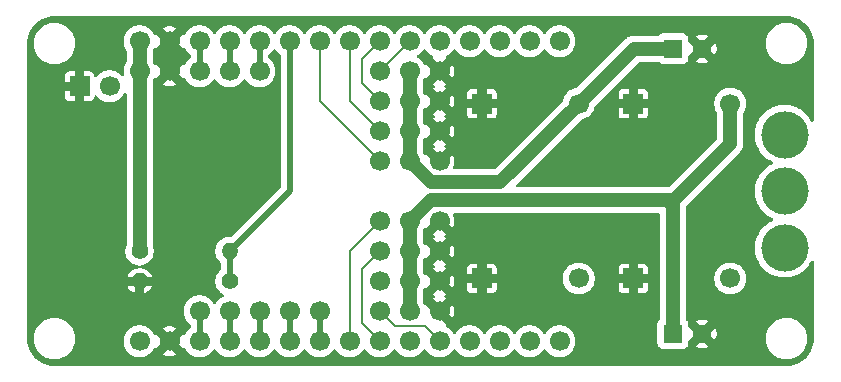
<source format=gbr>
%TF.GenerationSoftware,KiCad,Pcbnew,9.0.1-9.0.1-0~ubuntu22.04.1*%
%TF.CreationDate,2025-05-27T19:15:10+02:00*%
%TF.ProjectId,kame32-pcb,6b616d65-3332-42d7-9063-622e6b696361,rev?*%
%TF.SameCoordinates,Original*%
%TF.FileFunction,Copper,L1,Top*%
%TF.FilePolarity,Positive*%
%FSLAX46Y46*%
G04 Gerber Fmt 4.6, Leading zero omitted, Abs format (unit mm)*
G04 Created by KiCad (PCBNEW 9.0.1-9.0.1-0~ubuntu22.04.1) date 2025-05-27 19:15:10*
%MOMM*%
%LPD*%
G01*
G04 APERTURE LIST*
%TA.AperFunction,ComponentPad*%
%ADD10R,1.700000X1.700000*%
%TD*%
%TA.AperFunction,ComponentPad*%
%ADD11C,1.700000*%
%TD*%
%TA.AperFunction,ComponentPad*%
%ADD12C,1.400000*%
%TD*%
%TA.AperFunction,ComponentPad*%
%ADD13O,1.400000X1.400000*%
%TD*%
%TA.AperFunction,ComponentPad*%
%ADD14R,1.600000X1.600000*%
%TD*%
%TA.AperFunction,ComponentPad*%
%ADD15C,1.600000*%
%TD*%
%TA.AperFunction,ComponentPad*%
%ADD16C,4.000000*%
%TD*%
%TA.AperFunction,Conductor*%
%ADD17C,1.200000*%
%TD*%
%TA.AperFunction,Conductor*%
%ADD18C,0.200000*%
%TD*%
%TA.AperFunction,Conductor*%
%ADD19C,0.500000*%
%TD*%
G04 APERTURE END LIST*
D10*
%TO.P,U1,1,-Vin*%
%TO.N,-BATT*%
X189005600Y-38303200D03*
D11*
%TO.P,U1,2,+Vin*%
%TO.N,+8V*%
X197205600Y-53103200D03*
D10*
%TO.P,U1,3,-Vout*%
%TO.N,-BATT*%
X189005600Y-53103200D03*
D11*
%TO.P,U1,4,+Vout*%
%TO.N,/Vs1*%
X197205600Y-38303200D03*
%TD*%
%TO.P,J3,1,Pin_1*%
%TO.N,Net-(J3-Pin_1)*%
X180340000Y-55880000D03*
%TO.P,J3,2,Pin_2*%
%TO.N,Net-(J3-Pin_2)*%
X180340000Y-53340000D03*
%TO.P,J3,3,Pin_3*%
%TO.N,Net-(J3-Pin_3)*%
X180340000Y-50800000D03*
%TO.P,J3,4,Pin_4*%
%TO.N,Net-(J3-Pin_4)*%
X180340000Y-48260000D03*
%TD*%
D12*
%TO.P,R2,1*%
%TO.N,Net-(U2-D27)*%
X167640000Y-53340000D03*
D13*
%TO.P,R2,2*%
%TO.N,-BATT*%
X160020000Y-53340000D03*
%TD*%
D11*
%TO.P,J7,1,Pin_1*%
%TO.N,Net-(J7-Pin_1)*%
X175260000Y-55880000D03*
%TO.P,J7,2,Pin_2*%
%TO.N,Net-(J7-Pin_2)*%
X172720000Y-55880000D03*
%TO.P,J7,3,Pin_3*%
%TO.N,Net-(J7-Pin_3)*%
X170180000Y-55880000D03*
%TO.P,J7,4,Pin_4*%
%TO.N,Net-(J7-Pin_4)*%
X167640000Y-55880000D03*
%TO.P,J7,5,Pin_5*%
%TO.N,Net-(J7-Pin_5)*%
X165100000Y-55880000D03*
%TD*%
%TO.P,J4,1,Pin_1*%
%TO.N,Net-(J4-Pin_1)*%
X180340000Y-43180000D03*
%TO.P,J4,2,Pin_2*%
%TO.N,Net-(J4-Pin_2)*%
X180340000Y-40640000D03*
%TO.P,J4,3,Pin_3*%
%TO.N,Net-(J4-Pin_3)*%
X180340000Y-38100000D03*
%TO.P,J4,4,Pin_4*%
%TO.N,Net-(J4-Pin_4)*%
X180340000Y-35560000D03*
%TD*%
D12*
%TO.P,R1,1*%
%TO.N,+8V*%
X160020000Y-50800000D03*
D13*
%TO.P,R1,2*%
%TO.N,Net-(U2-D27)*%
X167640000Y-50800000D03*
%TD*%
D11*
%TO.P,J5,1,Pin_1*%
%TO.N,+BATT*%
X157480000Y-36830000D03*
D10*
%TO.P,J5,2,Pin_2*%
%TO.N,-BATT*%
X154940000Y-36830000D03*
%TD*%
D11*
%TO.P,J8,1,Pin_1*%
%TO.N,+8V*%
X160020000Y-35560000D03*
%TO.P,J8,2,Pin_2*%
%TO.N,-BATT*%
X162560000Y-35560000D03*
%TO.P,J8,3,Pin_3*%
%TO.N,Net-(J8-Pin_3)*%
X165100000Y-35560000D03*
%TO.P,J8,4,Pin_4*%
%TO.N,Net-(J8-Pin_4)*%
X167640000Y-35560000D03*
%TO.P,J8,5,Pin_5*%
%TO.N,Net-(J8-Pin_5)*%
X170180000Y-35560000D03*
%TD*%
D14*
%TO.P,C1,1*%
%TO.N,/Vs1*%
X205169887Y-33655000D03*
D15*
%TO.P,C1,2*%
%TO.N,-BATT*%
X207669887Y-33655000D03*
%TD*%
D14*
%TO.P,C2,1*%
%TO.N,/Vs2*%
X205169888Y-57785000D03*
D15*
%TO.P,C2,2*%
%TO.N,-BATT*%
X207669888Y-57785000D03*
%TD*%
D16*
%TO.P,SW1,1,A*%
%TO.N,unconnected-(SW1-A-Pad1)*%
X214630000Y-40920000D03*
%TO.P,SW1,2,B*%
%TO.N,+BATT*%
X214630000Y-45720000D03*
%TO.P,SW1,3,C*%
%TO.N,+8V*%
X214630000Y-50520000D03*
%TD*%
D11*
%TO.P,J2,1,Pin_1*%
%TO.N,/Vs1*%
X182880000Y-35560000D03*
%TO.P,J2,2,Pin_2*%
%TO.N,-BATT*%
X185420000Y-35560000D03*
%TO.P,J2,3,Pin_3*%
%TO.N,/Vs1*%
X182880000Y-38100000D03*
%TO.P,J2,4,Pin_4*%
%TO.N,-BATT*%
X185420000Y-38100000D03*
%TO.P,J2,5,Pin_5*%
%TO.N,/Vs1*%
X182880000Y-40640000D03*
%TO.P,J2,6,Pin_6*%
%TO.N,-BATT*%
X185420000Y-40640000D03*
%TO.P,J2,7,Pin_7*%
%TO.N,/Vs1*%
X182880000Y-43180000D03*
%TO.P,J2,8,Pin_8*%
%TO.N,-BATT*%
X185420000Y-43180000D03*
%TD*%
%TO.P,U2,1,VIN*%
%TO.N,+8V*%
X160020000Y-33020000D03*
%TO.P,U2,2,GND*%
%TO.N,-BATT*%
X162560000Y-33020000D03*
%TO.P,U2,3,D13*%
%TO.N,Net-(J8-Pin_3)*%
X165100000Y-33020000D03*
%TO.P,U2,4,D12*%
%TO.N,Net-(J8-Pin_4)*%
X167640000Y-33020000D03*
%TO.P,U2,5,D14*%
%TO.N,Net-(J8-Pin_5)*%
X170180000Y-33020000D03*
%TO.P,U2,6,D27*%
%TO.N,Net-(U2-D27)*%
X172720000Y-33020000D03*
%TO.P,U2,7,D26*%
%TO.N,Net-(J4-Pin_1)*%
X175260000Y-33020000D03*
%TO.P,U2,8,D25*%
%TO.N,Net-(J4-Pin_2)*%
X177800000Y-33020000D03*
%TO.P,U2,9,E33*%
%TO.N,Net-(J4-Pin_3)*%
X180340000Y-33020000D03*
%TO.P,U2,10,D32*%
%TO.N,Net-(J4-Pin_4)*%
X182880000Y-33020000D03*
%TO.P,U2,11,D35*%
%TO.N,unconnected-(U2-D35-Pad11)*%
X185420000Y-33020000D03*
%TO.P,U2,12,D34*%
%TO.N,unconnected-(U2-D34-Pad12)*%
X187960000Y-33020000D03*
%TO.P,U2,13,VN*%
%TO.N,unconnected-(U2-VN-Pad13)*%
X190500000Y-33020000D03*
%TO.P,U2,14,VP*%
%TO.N,unconnected-(U2-VP-Pad14)*%
X193040000Y-33020000D03*
%TO.P,U2,15,EN*%
%TO.N,unconnected-(U2-EN-Pad15)*%
X195580000Y-33020000D03*
%TO.P,U2,16,3V3*%
%TO.N,unconnected-(U2-3V3-Pad16)*%
X160020000Y-58420000D03*
%TO.P,U2,17,GND*%
%TO.N,-BATT*%
X162560000Y-58420000D03*
%TO.P,U2,18,D15*%
%TO.N,Net-(J7-Pin_5)*%
X165100000Y-58420000D03*
%TO.P,U2,19,D2*%
%TO.N,Net-(J7-Pin_4)*%
X167640000Y-58420000D03*
%TO.P,U2,20,D4*%
%TO.N,Net-(J7-Pin_3)*%
X170180000Y-58420000D03*
%TO.P,U2,21,RX2*%
%TO.N,Net-(J7-Pin_2)*%
X172720000Y-58420000D03*
%TO.P,U2,22,TX2*%
%TO.N,Net-(J7-Pin_1)*%
X175260000Y-58420000D03*
%TO.P,U2,23,D5*%
%TO.N,Net-(J3-Pin_4)*%
X177800000Y-58420000D03*
%TO.P,U2,24,D18*%
%TO.N,Net-(J3-Pin_3)*%
X180340000Y-58420000D03*
%TO.P,U2,25,D19*%
%TO.N,Net-(J3-Pin_2)*%
X182880000Y-58420000D03*
%TO.P,U2,26,D21*%
%TO.N,Net-(J3-Pin_1)*%
X185420000Y-58420000D03*
%TO.P,U2,27,RX0*%
%TO.N,unconnected-(U2-RX0-Pad27)*%
X187960000Y-58420000D03*
%TO.P,U2,28,TX0*%
%TO.N,unconnected-(U2-TX0-Pad28)*%
X190500000Y-58420000D03*
%TO.P,U2,29,D22*%
%TO.N,unconnected-(U2-D22-Pad29)*%
X193040000Y-58420000D03*
%TO.P,U2,30,D23*%
%TO.N,unconnected-(U2-D23-Pad30)*%
X195580000Y-58420000D03*
%TD*%
%TO.P,J6,8,Pin_8*%
%TO.N,-BATT*%
X185420000Y-55880000D03*
%TO.P,J6,7,Pin_7*%
%TO.N,/Vs2*%
X182880000Y-55880000D03*
%TO.P,J6,6,Pin_6*%
%TO.N,-BATT*%
X185420000Y-53340000D03*
%TO.P,J6,5,Pin_5*%
%TO.N,/Vs2*%
X182880000Y-53340000D03*
%TO.P,J6,4,Pin_4*%
%TO.N,-BATT*%
X185420000Y-50800000D03*
%TO.P,J6,3,Pin_3*%
%TO.N,/Vs2*%
X182880000Y-50800000D03*
%TO.P,J6,2,Pin_2*%
%TO.N,-BATT*%
X185420000Y-48260000D03*
%TO.P,J6,1,Pin_1*%
%TO.N,/Vs2*%
X182880000Y-48260000D03*
%TD*%
%TO.P,U3,4,+Vout*%
%TO.N,/Vs2*%
X210028400Y-38303200D03*
D10*
%TO.P,U3,3,-Vout*%
%TO.N,-BATT*%
X201828400Y-53103200D03*
D11*
%TO.P,U3,2,+Vin*%
%TO.N,+8V*%
X210028400Y-53103200D03*
D10*
%TO.P,U3,1,-Vin*%
%TO.N,-BATT*%
X201828400Y-38303200D03*
%TD*%
D17*
%TO.N,/Vs2*%
X204470000Y-46482000D02*
X205169888Y-46482000D01*
X205169888Y-46482000D02*
X205169888Y-46990000D01*
X204470000Y-46482000D02*
X204661888Y-46482000D01*
X204661888Y-46482000D02*
X205169888Y-46990000D01*
X205169888Y-46990000D02*
X205169888Y-57785000D01*
X205169888Y-46482000D02*
X205232000Y-46482000D01*
X205232000Y-46482000D02*
X210028400Y-41685600D01*
X210028400Y-41685600D02*
X210028400Y-38303200D01*
X182880000Y-48260000D02*
X182880000Y-50800000D01*
X182880000Y-50800000D02*
X182880000Y-53340000D01*
X182880000Y-55880000D02*
X182880000Y-53340000D01*
%TO.N,/Vs1*%
X182880000Y-43180000D02*
X182880000Y-40640000D01*
X182880000Y-40640000D02*
X182880000Y-38100000D01*
X182880000Y-35560000D02*
X182880000Y-38100000D01*
D18*
%TO.N,Net-(J4-Pin_3)*%
X180340000Y-38100000D02*
X178816000Y-36576000D01*
X178816000Y-34544000D02*
X180340000Y-33020000D01*
X178816000Y-36576000D02*
X178816000Y-34544000D01*
%TO.N,Net-(J3-Pin_3)*%
X180340000Y-50800000D02*
X178816000Y-52324000D01*
X178816000Y-52324000D02*
X178816000Y-56896000D01*
X178816000Y-56896000D02*
X180340000Y-58420000D01*
%TO.N,Net-(J3-Pin_1)*%
X180340000Y-55880000D02*
X181610000Y-57150000D01*
X181610000Y-57150000D02*
X184150000Y-57150000D01*
X184150000Y-57150000D02*
X185420000Y-58420000D01*
%TO.N,Net-(J4-Pin_1)*%
X180340000Y-43180000D02*
X175260000Y-38100000D01*
X175260000Y-38100000D02*
X175260000Y-33020000D01*
%TO.N,Net-(J4-Pin_2)*%
X180340000Y-40640000D02*
X177800000Y-38100000D01*
X177800000Y-38100000D02*
X177800000Y-33020000D01*
%TO.N,Net-(J4-Pin_4)*%
X180340000Y-35560000D02*
X182880000Y-33020000D01*
%TO.N,Net-(J3-Pin_4)*%
X180340000Y-48260000D02*
X177800000Y-50800000D01*
X177800000Y-50800000D02*
X177800000Y-58420000D01*
D17*
%TO.N,/Vs1*%
X197205600Y-38303200D02*
X201853800Y-33655000D01*
X201853800Y-33655000D02*
X205169887Y-33655000D01*
%TO.N,+8V*%
X214630000Y-51435000D02*
X214630000Y-50520000D01*
X160020000Y-33020000D02*
X160020000Y-35560000D01*
X160020000Y-50800000D02*
X160020000Y-35560000D01*
%TO.N,-BATT*%
X162560000Y-33020000D02*
X162560000Y-35560000D01*
D19*
%TO.N,Net-(J7-Pin_3)*%
X170180000Y-55880000D02*
X170180000Y-58420000D01*
%TO.N,Net-(J7-Pin_4)*%
X167640000Y-55880000D02*
X167640000Y-58420000D01*
%TO.N,Net-(J7-Pin_1)*%
X175260000Y-55880000D02*
X175260000Y-58420000D01*
%TO.N,Net-(J7-Pin_2)*%
X172720000Y-55880000D02*
X172720000Y-58420000D01*
%TO.N,Net-(J7-Pin_5)*%
X165100000Y-55880000D02*
X165100000Y-58420000D01*
%TO.N,Net-(U2-D27)*%
X167640000Y-50800000D02*
X172720000Y-45720000D01*
X172720000Y-45720000D02*
X172720000Y-33020000D01*
X167640000Y-53340000D02*
X167640000Y-50800000D01*
%TO.N,Net-(J8-Pin_5)*%
X170180000Y-33020000D02*
X170180000Y-35560000D01*
%TO.N,Net-(J8-Pin_4)*%
X167640000Y-33020000D02*
X167640000Y-35560000D01*
%TO.N,Net-(J8-Pin_3)*%
X165100000Y-33020000D02*
X165100000Y-35560000D01*
D17*
%TO.N,/Vs2*%
X182880000Y-48260000D02*
X184658000Y-46482000D01*
X184658000Y-46482000D02*
X204470000Y-46482000D01*
%TO.N,/Vs1*%
X197205600Y-38303200D02*
X190550800Y-44958000D01*
X190550800Y-44958000D02*
X184658000Y-44958000D01*
X184658000Y-44958000D02*
X182880000Y-43180000D01*
%TD*%
%TA.AperFunction,Conductor*%
%TO.N,-BATT*%
G36*
X214734107Y-30900500D02*
G01*
X214796249Y-30900500D01*
X214803735Y-30900726D01*
X215069691Y-30916813D01*
X215084548Y-30918617D01*
X215342931Y-30965967D01*
X215357468Y-30969551D01*
X215608247Y-31047697D01*
X215622248Y-31053006D01*
X215861791Y-31160816D01*
X215875049Y-31167775D01*
X216099844Y-31303667D01*
X216112162Y-31312169D01*
X216224209Y-31399952D01*
X216318948Y-31474175D01*
X216330156Y-31484105D01*
X216515893Y-31669842D01*
X216525823Y-31681050D01*
X216667258Y-31861579D01*
X216687825Y-31887830D01*
X216696329Y-31900150D01*
X216782889Y-32043338D01*
X216832225Y-32124949D01*
X216839184Y-32138208D01*
X216946994Y-32377752D01*
X216952303Y-32391753D01*
X217030448Y-32642529D01*
X217034032Y-32657068D01*
X217081381Y-32915447D01*
X217083186Y-32930311D01*
X217099273Y-33196247D01*
X217099499Y-33203734D01*
X217099499Y-39741621D01*
X217079814Y-39808660D01*
X217027010Y-39854415D01*
X216957852Y-39864359D01*
X216894296Y-39835334D01*
X216863779Y-39795423D01*
X216821946Y-39708557D01*
X216793605Y-39663453D01*
X216672523Y-39470752D01*
X216497416Y-39251175D01*
X216298825Y-39052584D01*
X216079248Y-38877477D01*
X215915004Y-38774275D01*
X215841442Y-38728053D01*
X215588411Y-38606200D01*
X215323329Y-38513443D01*
X215323317Y-38513439D01*
X215049512Y-38450945D01*
X215049494Y-38450942D01*
X214770431Y-38419500D01*
X214770425Y-38419500D01*
X214489575Y-38419500D01*
X214489568Y-38419500D01*
X214210505Y-38450942D01*
X214210487Y-38450945D01*
X213936682Y-38513439D01*
X213936670Y-38513443D01*
X213671588Y-38606200D01*
X213418557Y-38728053D01*
X213180753Y-38877476D01*
X212961175Y-39052583D01*
X212762583Y-39251175D01*
X212587476Y-39470753D01*
X212438053Y-39708557D01*
X212316200Y-39961588D01*
X212223443Y-40226670D01*
X212223439Y-40226682D01*
X212160945Y-40500487D01*
X212160942Y-40500505D01*
X212129500Y-40779568D01*
X212129500Y-41060431D01*
X212160942Y-41339494D01*
X212160945Y-41339512D01*
X212223439Y-41613317D01*
X212223443Y-41613329D01*
X212316200Y-41878411D01*
X212438053Y-42131442D01*
X212484275Y-42205004D01*
X212587477Y-42369248D01*
X212762584Y-42588825D01*
X212961175Y-42787416D01*
X213180752Y-42962523D01*
X213418555Y-43111945D01*
X213418557Y-43111946D01*
X213618596Y-43208280D01*
X213670455Y-43255102D01*
X213688768Y-43322529D01*
X213667720Y-43389153D01*
X213618596Y-43431720D01*
X213418557Y-43528053D01*
X213180753Y-43677476D01*
X212961175Y-43852583D01*
X212762583Y-44051175D01*
X212587476Y-44270753D01*
X212438053Y-44508557D01*
X212316200Y-44761588D01*
X212223443Y-45026670D01*
X212223439Y-45026682D01*
X212160945Y-45300487D01*
X212160942Y-45300505D01*
X212129500Y-45579568D01*
X212129500Y-45860431D01*
X212160942Y-46139494D01*
X212160945Y-46139512D01*
X212223439Y-46413317D01*
X212223443Y-46413329D01*
X212316200Y-46678411D01*
X212438053Y-46931442D01*
X212439998Y-46934537D01*
X212587477Y-47169248D01*
X212762584Y-47388825D01*
X212961175Y-47587416D01*
X213180752Y-47762523D01*
X213230967Y-47794075D01*
X213418557Y-47911946D01*
X213618596Y-48008280D01*
X213670455Y-48055102D01*
X213688768Y-48122529D01*
X213667720Y-48189153D01*
X213618596Y-48231720D01*
X213418557Y-48328053D01*
X213180753Y-48477476D01*
X212961175Y-48652583D01*
X212762583Y-48851175D01*
X212587476Y-49070753D01*
X212438053Y-49308557D01*
X212316200Y-49561588D01*
X212223443Y-49826670D01*
X212223439Y-49826682D01*
X212160945Y-50100487D01*
X212160942Y-50100505D01*
X212129500Y-50379568D01*
X212129500Y-50660431D01*
X212160942Y-50939494D01*
X212160945Y-50939512D01*
X212223439Y-51213317D01*
X212223443Y-51213329D01*
X212316200Y-51478411D01*
X212438053Y-51731442D01*
X212442569Y-51738629D01*
X212587477Y-51969248D01*
X212717676Y-52132512D01*
X212759494Y-52184951D01*
X212762584Y-52188825D01*
X212961175Y-52387416D01*
X213180752Y-52562523D01*
X213418555Y-52711945D01*
X213671592Y-52833801D01*
X213870680Y-52903465D01*
X213936670Y-52926556D01*
X213936682Y-52926560D01*
X214210491Y-52989055D01*
X214210497Y-52989055D01*
X214210505Y-52989057D01*
X214396547Y-53010018D01*
X214489569Y-53020499D01*
X214489572Y-53020500D01*
X214489575Y-53020500D01*
X214770428Y-53020500D01*
X214770429Y-53020499D01*
X214913055Y-53004429D01*
X215049494Y-52989057D01*
X215049499Y-52989056D01*
X215049509Y-52989055D01*
X215323318Y-52926560D01*
X215588408Y-52833801D01*
X215841445Y-52711945D01*
X216079248Y-52562523D01*
X216298825Y-52387416D01*
X216497416Y-52188825D01*
X216672523Y-51969248D01*
X216821945Y-51731445D01*
X216829534Y-51715687D01*
X216863779Y-51644577D01*
X216910601Y-51592717D01*
X216978028Y-51574404D01*
X217044652Y-51595452D01*
X217089321Y-51649178D01*
X217099499Y-51698378D01*
X217099499Y-58196249D01*
X217099273Y-58203736D01*
X217083185Y-58469688D01*
X217081380Y-58484552D01*
X217034031Y-58742931D01*
X217030447Y-58757470D01*
X216952302Y-59008246D01*
X216946993Y-59022247D01*
X216839183Y-59261791D01*
X216832224Y-59275050D01*
X216696330Y-59499846D01*
X216687824Y-59512169D01*
X216525822Y-59718948D01*
X216515892Y-59730156D01*
X216330156Y-59915893D01*
X216318948Y-59925823D01*
X216112168Y-60087825D01*
X216099845Y-60096331D01*
X215875050Y-60232224D01*
X215861791Y-60239183D01*
X215622246Y-60346993D01*
X215608245Y-60352302D01*
X215357469Y-60430447D01*
X215342930Y-60434031D01*
X215084551Y-60481380D01*
X215069688Y-60483185D01*
X214901575Y-60493354D01*
X214803711Y-60499274D01*
X214796238Y-60499500D01*
X152803751Y-60499500D01*
X152796264Y-60499274D01*
X152530311Y-60483186D01*
X152515447Y-60481381D01*
X152257068Y-60434032D01*
X152242529Y-60430448D01*
X151991753Y-60352303D01*
X151977752Y-60346994D01*
X151738208Y-60239184D01*
X151724949Y-60232225D01*
X151500153Y-60096331D01*
X151487830Y-60087825D01*
X151281050Y-59925823D01*
X151269842Y-59915893D01*
X151084106Y-59730157D01*
X151074176Y-59718949D01*
X150934222Y-59540311D01*
X150912170Y-59512163D01*
X150903672Y-59499852D01*
X150767771Y-59275044D01*
X150760818Y-59261798D01*
X150653003Y-59022242D01*
X150647696Y-59008246D01*
X150640666Y-58985685D01*
X150569549Y-58757463D01*
X150565967Y-58742931D01*
X150564741Y-58736243D01*
X150518617Y-58484551D01*
X150516813Y-58469688D01*
X150500724Y-58203703D01*
X150500499Y-58196282D01*
X150500499Y-58085258D01*
X151049499Y-58085258D01*
X151049499Y-58314741D01*
X151064570Y-58429207D01*
X151079451Y-58542238D01*
X151126283Y-58717020D01*
X151138841Y-58763887D01*
X151226649Y-58975876D01*
X151226656Y-58975890D01*
X151341391Y-59174617D01*
X151481080Y-59356661D01*
X151481088Y-59356670D01*
X151643329Y-59518911D01*
X151643337Y-59518918D01*
X151643338Y-59518919D01*
X151693961Y-59557764D01*
X151825381Y-59658607D01*
X151825384Y-59658608D01*
X151825387Y-59658611D01*
X152024111Y-59773344D01*
X152024116Y-59773346D01*
X152024122Y-59773349D01*
X152115479Y-59811190D01*
X152236112Y-59861158D01*
X152457761Y-59920548D01*
X152685265Y-59950500D01*
X152685272Y-59950500D01*
X152914726Y-59950500D01*
X152914733Y-59950500D01*
X153142237Y-59920548D01*
X153363886Y-59861158D01*
X153575887Y-59773344D01*
X153774611Y-59658611D01*
X153956660Y-59518919D01*
X153956664Y-59518914D01*
X153956669Y-59518911D01*
X154118910Y-59356670D01*
X154118913Y-59356665D01*
X154118918Y-59356661D01*
X154258610Y-59174612D01*
X154373343Y-58975888D01*
X154461157Y-58763887D01*
X154520547Y-58542238D01*
X154550499Y-58314734D01*
X154550499Y-58313713D01*
X158669500Y-58313713D01*
X158669500Y-58526287D01*
X158672027Y-58542240D01*
X158695823Y-58692486D01*
X158702754Y-58736243D01*
X158732350Y-58827331D01*
X158768444Y-58938414D01*
X158864951Y-59127820D01*
X158989890Y-59299786D01*
X159140213Y-59450109D01*
X159312179Y-59575048D01*
X159312181Y-59575049D01*
X159312184Y-59575051D01*
X159501588Y-59671557D01*
X159703757Y-59737246D01*
X159913713Y-59770500D01*
X159913714Y-59770500D01*
X160126286Y-59770500D01*
X160126287Y-59770500D01*
X160336243Y-59737246D01*
X160538412Y-59671557D01*
X160727816Y-59575051D01*
X160775632Y-59540311D01*
X162005372Y-59540311D01*
X162080161Y-59578417D01*
X162267294Y-59639221D01*
X162461618Y-59670000D01*
X162658382Y-59670000D01*
X162852705Y-59639221D01*
X163039835Y-59578418D01*
X163114626Y-59540310D01*
X162560001Y-58985685D01*
X162560000Y-58985685D01*
X162005372Y-59540311D01*
X160775632Y-59540311D01*
X160805087Y-59518911D01*
X160899786Y-59450109D01*
X160899788Y-59450106D01*
X160899792Y-59450104D01*
X161050104Y-59299792D01*
X161050106Y-59299788D01*
X161050109Y-59299786D01*
X161175050Y-59127817D01*
X161175052Y-59127815D01*
X161235911Y-59008370D01*
X161283885Y-58957574D01*
X161351706Y-58940779D01*
X161417841Y-58963316D01*
X161425724Y-58972414D01*
X161439687Y-58974626D01*
X161994314Y-58420000D01*
X161994314Y-58419999D01*
X161928489Y-58354174D01*
X162060000Y-58354174D01*
X162060000Y-58485826D01*
X162094075Y-58612993D01*
X162159901Y-58727007D01*
X162252993Y-58820099D01*
X162367007Y-58885925D01*
X162494174Y-58920000D01*
X162625826Y-58920000D01*
X162752993Y-58885925D01*
X162867007Y-58820099D01*
X162960099Y-58727007D01*
X163025925Y-58612993D01*
X163060000Y-58485826D01*
X163060000Y-58354174D01*
X163025925Y-58227007D01*
X162960099Y-58112993D01*
X162867007Y-58019901D01*
X162752993Y-57954075D01*
X162625826Y-57920000D01*
X162494174Y-57920000D01*
X162367007Y-57954075D01*
X162252993Y-58019901D01*
X162159901Y-58112993D01*
X162094075Y-58227007D01*
X162060000Y-58354174D01*
X161928489Y-58354174D01*
X161439687Y-57865372D01*
X161422426Y-57868106D01*
X161408903Y-57882425D01*
X161341081Y-57899219D01*
X161274947Y-57876680D01*
X161235910Y-57831627D01*
X161212152Y-57785000D01*
X161175051Y-57712184D01*
X161175050Y-57712182D01*
X161050109Y-57540213D01*
X160899786Y-57389890D01*
X160775631Y-57299687D01*
X162005373Y-57299687D01*
X162560000Y-57854314D01*
X162560001Y-57854314D01*
X163114626Y-57299687D01*
X163039840Y-57261583D01*
X163039830Y-57261579D01*
X162852705Y-57200778D01*
X162658382Y-57170000D01*
X162461618Y-57170000D01*
X162267294Y-57200778D01*
X162267293Y-57200778D01*
X162080170Y-57261578D01*
X162005373Y-57299687D01*
X160775631Y-57299687D01*
X160727820Y-57264951D01*
X160538414Y-57168444D01*
X160538413Y-57168443D01*
X160538412Y-57168443D01*
X160336243Y-57102754D01*
X160336241Y-57102753D01*
X160336240Y-57102753D01*
X160174957Y-57077208D01*
X160126287Y-57069500D01*
X159913713Y-57069500D01*
X159865042Y-57077208D01*
X159703760Y-57102753D01*
X159501585Y-57168444D01*
X159312179Y-57264951D01*
X159140213Y-57389890D01*
X158989890Y-57540213D01*
X158864951Y-57712179D01*
X158768444Y-57901585D01*
X158702753Y-58103760D01*
X158683233Y-58227007D01*
X158669500Y-58313713D01*
X154550499Y-58313713D01*
X154550499Y-58085266D01*
X154520547Y-57857762D01*
X154461157Y-57636113D01*
X154406433Y-57503997D01*
X154373348Y-57424123D01*
X154373345Y-57424117D01*
X154373343Y-57424112D01*
X154258610Y-57225388D01*
X154258607Y-57225385D01*
X154258606Y-57225382D01*
X154118917Y-57043338D01*
X154118910Y-57043330D01*
X153956669Y-56881089D01*
X153956660Y-56881081D01*
X153774616Y-56741392D01*
X153575889Y-56626657D01*
X153575875Y-56626650D01*
X153363886Y-56538842D01*
X153303564Y-56522679D01*
X153142237Y-56479452D01*
X153104214Y-56474446D01*
X152914740Y-56449500D01*
X152914733Y-56449500D01*
X152685265Y-56449500D01*
X152685257Y-56449500D01*
X152468714Y-56478009D01*
X152457761Y-56479452D01*
X152364075Y-56504554D01*
X152236111Y-56538842D01*
X152024122Y-56626650D01*
X152024108Y-56626657D01*
X151825381Y-56741392D01*
X151643337Y-56881081D01*
X151481080Y-57043338D01*
X151341391Y-57225382D01*
X151226656Y-57424109D01*
X151226649Y-57424123D01*
X151138841Y-57636112D01*
X151079452Y-57857759D01*
X151079450Y-57857770D01*
X151049499Y-58085258D01*
X150500499Y-58085258D01*
X150500499Y-53740000D01*
X158993360Y-53740000D01*
X159000590Y-53762254D01*
X159079195Y-53916524D01*
X159180967Y-54056602D01*
X159303397Y-54179032D01*
X159443475Y-54280804D01*
X159597745Y-54359409D01*
X159620000Y-54366639D01*
X160420000Y-54366639D01*
X160442254Y-54359409D01*
X160596524Y-54280804D01*
X160736602Y-54179032D01*
X160859032Y-54056602D01*
X160960804Y-53916524D01*
X161039409Y-53762254D01*
X161046640Y-53740000D01*
X160420000Y-53740000D01*
X160420000Y-54366639D01*
X159620000Y-54366639D01*
X159620000Y-53740000D01*
X158993360Y-53740000D01*
X150500499Y-53740000D01*
X150500499Y-53293922D01*
X159670000Y-53293922D01*
X159670000Y-53386078D01*
X159693852Y-53475095D01*
X159739930Y-53554905D01*
X159805095Y-53620070D01*
X159884905Y-53666148D01*
X159973922Y-53690000D01*
X160066078Y-53690000D01*
X160155095Y-53666148D01*
X160234905Y-53620070D01*
X160300070Y-53554905D01*
X160346148Y-53475095D01*
X160370000Y-53386078D01*
X160370000Y-53293922D01*
X160346148Y-53204905D01*
X160300070Y-53125095D01*
X160234905Y-53059930D01*
X160155095Y-53013852D01*
X160066078Y-52990000D01*
X159973922Y-52990000D01*
X159884905Y-53013852D01*
X159805095Y-53059930D01*
X159739930Y-53125095D01*
X159693852Y-53204905D01*
X159670000Y-53293922D01*
X150500499Y-53293922D01*
X150500499Y-37711479D01*
X153690001Y-37711479D01*
X153704835Y-37805149D01*
X153704837Y-37805155D01*
X153762356Y-37918041D01*
X153762363Y-37918050D01*
X153851949Y-38007636D01*
X153851953Y-38007639D01*
X153964855Y-38065166D01*
X154058514Y-38079999D01*
X154539999Y-38079999D01*
X154540000Y-38079998D01*
X154540000Y-37230000D01*
X153690001Y-37230000D01*
X153690001Y-37711479D01*
X150500499Y-37711479D01*
X150500499Y-36764174D01*
X154440000Y-36764174D01*
X154440000Y-36895826D01*
X154474075Y-37022993D01*
X154539901Y-37137007D01*
X154632993Y-37230099D01*
X154747007Y-37295925D01*
X154874174Y-37330000D01*
X155005826Y-37330000D01*
X155132993Y-37295925D01*
X155247007Y-37230099D01*
X155340000Y-37137106D01*
X155340000Y-38079999D01*
X155821479Y-38079999D01*
X155915149Y-38065164D01*
X155915155Y-38065162D01*
X156028041Y-38007643D01*
X156028050Y-38007636D01*
X156117636Y-37918050D01*
X156117639Y-37918046D01*
X156175164Y-37805146D01*
X156189904Y-37712081D01*
X156219833Y-37648945D01*
X156279144Y-37612014D01*
X156349007Y-37613010D01*
X156407240Y-37651620D01*
X156412696Y-37658592D01*
X156449890Y-37709785D01*
X156449894Y-37709790D01*
X156600213Y-37860109D01*
X156772179Y-37985048D01*
X156772181Y-37985049D01*
X156772184Y-37985051D01*
X156961588Y-38081557D01*
X157163757Y-38147246D01*
X157373713Y-38180500D01*
X157373714Y-38180500D01*
X157586286Y-38180500D01*
X157586287Y-38180500D01*
X157796243Y-38147246D01*
X157998412Y-38081557D01*
X158187816Y-37985051D01*
X158280036Y-37918050D01*
X158359786Y-37860109D01*
X158359788Y-37860106D01*
X158359792Y-37860104D01*
X158510104Y-37709792D01*
X158510106Y-37709788D01*
X158510109Y-37709786D01*
X158615486Y-37564745D01*
X158635051Y-37537816D01*
X158685015Y-37439756D01*
X158732989Y-37388959D01*
X158800810Y-37372164D01*
X158866945Y-37394701D01*
X158910397Y-37449416D01*
X158919500Y-37496050D01*
X158919500Y-50285754D01*
X158907904Y-50334078D01*
X158909319Y-50334664D01*
X158907453Y-50339167D01*
X158849059Y-50518881D01*
X158819500Y-50705513D01*
X158819500Y-50894486D01*
X158849059Y-51081118D01*
X158907454Y-51260836D01*
X158955243Y-51354626D01*
X158993240Y-51429199D01*
X159104310Y-51582073D01*
X159237927Y-51715690D01*
X159390801Y-51826760D01*
X159439637Y-51851643D01*
X159559163Y-51912545D01*
X159559165Y-51912545D01*
X159559168Y-51912547D01*
X159738882Y-51970940D01*
X159912279Y-51998403D01*
X159975413Y-52028332D01*
X160012345Y-52087643D01*
X160011347Y-52157506D01*
X159972738Y-52215739D01*
X159912280Y-52243349D01*
X159762414Y-52267086D01*
X159597742Y-52320591D01*
X159443475Y-52399195D01*
X159303397Y-52500967D01*
X159180967Y-52623397D01*
X159079195Y-52763475D01*
X159000590Y-52917745D01*
X158993360Y-52940000D01*
X161046639Y-52940000D01*
X161039409Y-52917745D01*
X160960804Y-52763475D01*
X160859032Y-52623397D01*
X160736602Y-52500967D01*
X160596524Y-52399195D01*
X160442257Y-52320591D01*
X160277584Y-52267085D01*
X160127720Y-52243349D01*
X160064585Y-52213419D01*
X160027654Y-52154108D01*
X160028652Y-52084245D01*
X160067262Y-52026013D01*
X160127721Y-51998403D01*
X160301118Y-51970940D01*
X160480832Y-51912547D01*
X160649199Y-51826760D01*
X160802073Y-51715690D01*
X160935690Y-51582073D01*
X161046760Y-51429199D01*
X161132547Y-51260832D01*
X161190940Y-51081118D01*
X161198552Y-51033057D01*
X161220500Y-50894486D01*
X161220500Y-50705513D01*
X161190940Y-50518881D01*
X161145676Y-50379575D01*
X161132547Y-50339168D01*
X161132543Y-50339161D01*
X161130681Y-50334664D01*
X161132095Y-50334078D01*
X161120500Y-50285754D01*
X161120500Y-36680311D01*
X162005372Y-36680311D01*
X162080161Y-36718417D01*
X162267294Y-36779221D01*
X162461618Y-36810000D01*
X162658382Y-36810000D01*
X162852705Y-36779221D01*
X163039835Y-36718418D01*
X163114626Y-36680310D01*
X162560001Y-36125685D01*
X162560000Y-36125685D01*
X162005372Y-36680311D01*
X161120500Y-36680311D01*
X161120500Y-36383188D01*
X161124554Y-36367905D01*
X161123852Y-36354550D01*
X161133897Y-36332686D01*
X161136807Y-36321720D01*
X161140176Y-36315816D01*
X161175051Y-36267816D01*
X161237253Y-36145736D01*
X161238703Y-36143197D01*
X161261837Y-36120918D01*
X161283885Y-36097574D01*
X161286839Y-36096842D01*
X161289031Y-36094732D01*
X161320528Y-36088499D01*
X161351706Y-36080779D01*
X161354586Y-36081760D01*
X161357572Y-36081170D01*
X161387446Y-36092958D01*
X161417841Y-36103316D01*
X161419995Y-36105801D01*
X161422565Y-36106816D01*
X161426705Y-36112569D01*
X161439687Y-36114626D01*
X161994314Y-35560000D01*
X161994314Y-35559999D01*
X161928489Y-35494174D01*
X162060000Y-35494174D01*
X162060000Y-35625826D01*
X162094075Y-35752993D01*
X162159901Y-35867007D01*
X162252993Y-35960099D01*
X162367007Y-36025925D01*
X162494174Y-36060000D01*
X162625826Y-36060000D01*
X162752993Y-36025925D01*
X162867007Y-35960099D01*
X162960099Y-35867007D01*
X163025925Y-35752993D01*
X163060000Y-35625826D01*
X163060000Y-35494174D01*
X163025925Y-35367007D01*
X162960099Y-35252993D01*
X162867007Y-35159901D01*
X162752993Y-35094075D01*
X162625826Y-35060000D01*
X162494174Y-35060000D01*
X162367007Y-35094075D01*
X162252993Y-35159901D01*
X162159901Y-35252993D01*
X162094075Y-35367007D01*
X162060000Y-35494174D01*
X161928489Y-35494174D01*
X161439687Y-35005372D01*
X161422426Y-35008106D01*
X161408903Y-35022425D01*
X161399530Y-35024745D01*
X161391911Y-35030677D01*
X161366170Y-35033006D01*
X161341081Y-35039219D01*
X161331940Y-35036103D01*
X161322325Y-35036974D01*
X161299413Y-35025018D01*
X161274947Y-35016680D01*
X161267291Y-35008256D01*
X161260382Y-35004651D01*
X161244341Y-34983005D01*
X161238702Y-34976800D01*
X161237247Y-34974251D01*
X161175051Y-34852184D01*
X161140182Y-34804191D01*
X161136807Y-34798277D01*
X161130246Y-34770639D01*
X161120702Y-34743887D01*
X161120500Y-34736810D01*
X161120500Y-34439687D01*
X162005372Y-34439687D01*
X162560000Y-34994314D01*
X162560001Y-34994314D01*
X163114626Y-34439687D01*
X163037684Y-34400485D01*
X162986888Y-34352512D01*
X162970092Y-34284691D01*
X162992629Y-34218556D01*
X163037683Y-34179515D01*
X163114625Y-34140310D01*
X162560001Y-33585685D01*
X162560000Y-33585685D01*
X162038887Y-34106796D01*
X162123131Y-34212892D01*
X162149403Y-34277634D01*
X162136502Y-34346302D01*
X162088524Y-34397095D01*
X162082314Y-34400486D01*
X162005372Y-34439687D01*
X161120500Y-34439687D01*
X161120500Y-33843188D01*
X161140185Y-33776149D01*
X161144169Y-33770320D01*
X161175051Y-33727816D01*
X161235911Y-33608370D01*
X161283885Y-33557574D01*
X161351706Y-33540779D01*
X161417841Y-33563316D01*
X161425724Y-33572414D01*
X161439687Y-33574626D01*
X161994314Y-33020000D01*
X161994314Y-33019999D01*
X161928489Y-32954174D01*
X162060000Y-32954174D01*
X162060000Y-33085826D01*
X162094075Y-33212993D01*
X162159901Y-33327007D01*
X162252993Y-33420099D01*
X162367007Y-33485925D01*
X162494174Y-33520000D01*
X162625826Y-33520000D01*
X162752993Y-33485925D01*
X162867007Y-33420099D01*
X162960099Y-33327007D01*
X163025925Y-33212993D01*
X163060000Y-33085826D01*
X163060000Y-33019999D01*
X163125685Y-33019999D01*
X163125685Y-33020000D01*
X163680311Y-33574626D01*
X163697565Y-33571893D01*
X163711088Y-33557575D01*
X163778909Y-33540778D01*
X163845045Y-33563313D01*
X163884086Y-33608369D01*
X163944947Y-33727814D01*
X163944948Y-33727815D01*
X164069890Y-33899786D01*
X164069896Y-33899792D01*
X164220208Y-34050104D01*
X164298384Y-34106902D01*
X164301725Y-34111233D01*
X164306703Y-34113507D01*
X164322833Y-34138606D01*
X164341051Y-34162231D01*
X164342304Y-34168904D01*
X164344477Y-34172285D01*
X164349500Y-34207220D01*
X164349500Y-34372779D01*
X164329815Y-34439818D01*
X164298385Y-34473097D01*
X164220211Y-34529893D01*
X164220205Y-34529898D01*
X164069890Y-34680213D01*
X163944951Y-34852180D01*
X163884088Y-34971630D01*
X163836113Y-35022426D01*
X163768292Y-35039221D01*
X163702157Y-35016683D01*
X163694273Y-35007584D01*
X163680311Y-35005372D01*
X163125685Y-35559999D01*
X163125685Y-35560000D01*
X163680311Y-36114626D01*
X163697565Y-36111893D01*
X163711088Y-36097575D01*
X163778909Y-36080778D01*
X163845045Y-36103313D01*
X163884086Y-36148369D01*
X163944947Y-36267814D01*
X163944948Y-36267815D01*
X164069890Y-36439786D01*
X164220213Y-36590109D01*
X164392179Y-36715048D01*
X164392181Y-36715049D01*
X164392184Y-36715051D01*
X164581588Y-36811557D01*
X164783757Y-36877246D01*
X164993713Y-36910500D01*
X164993714Y-36910500D01*
X165206286Y-36910500D01*
X165206287Y-36910500D01*
X165416243Y-36877246D01*
X165618412Y-36811557D01*
X165807816Y-36715051D01*
X165901762Y-36646796D01*
X165979786Y-36590109D01*
X165979788Y-36590106D01*
X165979792Y-36590104D01*
X166130104Y-36439792D01*
X166130106Y-36439788D01*
X166130109Y-36439786D01*
X166255048Y-36267820D01*
X166255047Y-36267820D01*
X166255051Y-36267816D01*
X166259514Y-36259054D01*
X166307488Y-36208259D01*
X166375308Y-36191463D01*
X166441444Y-36213999D01*
X166480486Y-36259056D01*
X166484951Y-36267820D01*
X166609890Y-36439786D01*
X166760213Y-36590109D01*
X166932179Y-36715048D01*
X166932181Y-36715049D01*
X166932184Y-36715051D01*
X167121588Y-36811557D01*
X167323757Y-36877246D01*
X167533713Y-36910500D01*
X167533714Y-36910500D01*
X167746286Y-36910500D01*
X167746287Y-36910500D01*
X167956243Y-36877246D01*
X168158412Y-36811557D01*
X168347816Y-36715051D01*
X168441762Y-36646796D01*
X168519786Y-36590109D01*
X168519788Y-36590106D01*
X168519792Y-36590104D01*
X168670104Y-36439792D01*
X168670106Y-36439788D01*
X168670109Y-36439786D01*
X168795048Y-36267820D01*
X168795047Y-36267820D01*
X168795051Y-36267816D01*
X168799514Y-36259054D01*
X168847488Y-36208259D01*
X168915308Y-36191463D01*
X168981444Y-36213999D01*
X169020486Y-36259056D01*
X169024951Y-36267820D01*
X169149890Y-36439786D01*
X169300213Y-36590109D01*
X169472179Y-36715048D01*
X169472181Y-36715049D01*
X169472184Y-36715051D01*
X169661588Y-36811557D01*
X169863757Y-36877246D01*
X170073713Y-36910500D01*
X170073714Y-36910500D01*
X170286286Y-36910500D01*
X170286287Y-36910500D01*
X170496243Y-36877246D01*
X170698412Y-36811557D01*
X170887816Y-36715051D01*
X170981762Y-36646796D01*
X171059786Y-36590109D01*
X171059788Y-36590106D01*
X171059792Y-36590104D01*
X171210104Y-36439792D01*
X171210106Y-36439788D01*
X171210109Y-36439786D01*
X171335048Y-36267820D01*
X171335047Y-36267820D01*
X171335051Y-36267816D01*
X171431557Y-36078412D01*
X171497246Y-35876243D01*
X171530500Y-35666287D01*
X171530500Y-35453713D01*
X171497246Y-35243757D01*
X171431557Y-35041588D01*
X171335051Y-34852184D01*
X171335049Y-34852181D01*
X171335048Y-34852179D01*
X171210109Y-34680213D01*
X171059794Y-34529898D01*
X171059788Y-34529893D01*
X170981615Y-34473097D01*
X170978274Y-34468765D01*
X170973297Y-34466492D01*
X170957164Y-34441389D01*
X170938949Y-34417767D01*
X170937696Y-34411095D01*
X170935523Y-34407714D01*
X170930500Y-34372779D01*
X170930500Y-34207220D01*
X170950185Y-34140181D01*
X170981614Y-34106902D01*
X171059792Y-34050104D01*
X171210104Y-33899792D01*
X171210106Y-33899788D01*
X171210109Y-33899786D01*
X171335048Y-33727820D01*
X171335050Y-33727817D01*
X171335051Y-33727816D01*
X171339514Y-33719054D01*
X171387488Y-33668259D01*
X171455308Y-33651463D01*
X171521444Y-33673999D01*
X171560486Y-33719056D01*
X171564951Y-33727820D01*
X171689890Y-33899786D01*
X171689896Y-33899792D01*
X171840208Y-34050104D01*
X171918384Y-34106902D01*
X171961051Y-34162231D01*
X171969500Y-34207220D01*
X171969500Y-45357769D01*
X171949815Y-45424808D01*
X171933181Y-45445450D01*
X167815450Y-49563181D01*
X167754127Y-49596666D01*
X167727769Y-49599500D01*
X167545514Y-49599500D01*
X167358881Y-49629059D01*
X167179163Y-49687454D01*
X167010800Y-49773240D01*
X166937261Y-49826670D01*
X166857927Y-49884310D01*
X166857925Y-49884312D01*
X166857924Y-49884312D01*
X166724312Y-50017924D01*
X166724312Y-50017925D01*
X166724310Y-50017927D01*
X166704001Y-50045880D01*
X166613240Y-50170800D01*
X166527454Y-50339163D01*
X166469059Y-50518881D01*
X166439500Y-50705513D01*
X166439500Y-50894486D01*
X166469059Y-51081118D01*
X166527454Y-51260836D01*
X166575243Y-51354626D01*
X166613240Y-51429199D01*
X166724310Y-51582073D01*
X166724312Y-51582075D01*
X166853181Y-51710944D01*
X166886666Y-51772267D01*
X166889500Y-51798625D01*
X166889500Y-52341374D01*
X166869815Y-52408413D01*
X166853182Y-52429055D01*
X166724309Y-52557928D01*
X166613240Y-52710800D01*
X166527454Y-52879163D01*
X166469059Y-53058881D01*
X166439500Y-53245513D01*
X166439500Y-53434486D01*
X166469059Y-53621118D01*
X166527454Y-53800836D01*
X166575243Y-53894626D01*
X166613240Y-53969199D01*
X166724310Y-54122073D01*
X166857927Y-54255690D01*
X166955245Y-54326396D01*
X167010802Y-54366761D01*
X167106145Y-54415340D01*
X167156942Y-54463314D01*
X167173737Y-54531135D01*
X167151200Y-54597270D01*
X167106146Y-54636310D01*
X166932180Y-54724951D01*
X166760213Y-54849890D01*
X166609890Y-55000213D01*
X166484949Y-55172182D01*
X166480484Y-55180946D01*
X166432509Y-55231742D01*
X166364688Y-55248536D01*
X166298553Y-55225998D01*
X166259516Y-55180946D01*
X166255050Y-55172182D01*
X166130109Y-55000213D01*
X165979786Y-54849890D01*
X165807820Y-54724951D01*
X165618414Y-54628444D01*
X165618413Y-54628443D01*
X165618412Y-54628443D01*
X165416243Y-54562754D01*
X165416241Y-54562753D01*
X165416240Y-54562753D01*
X165227703Y-54532892D01*
X165206287Y-54529500D01*
X164993713Y-54529500D01*
X164972297Y-54532892D01*
X164783760Y-54562753D01*
X164581585Y-54628444D01*
X164392179Y-54724951D01*
X164220213Y-54849890D01*
X164069890Y-55000213D01*
X163944951Y-55172179D01*
X163848444Y-55361585D01*
X163782753Y-55563760D01*
X163749500Y-55773713D01*
X163749500Y-55986286D01*
X163782753Y-56196239D01*
X163848444Y-56398414D01*
X163944951Y-56587820D01*
X164069890Y-56759786D01*
X164069896Y-56759792D01*
X164220208Y-56910104D01*
X164298384Y-56966902D01*
X164301725Y-56971233D01*
X164306703Y-56973507D01*
X164322833Y-56998606D01*
X164341051Y-57022231D01*
X164342304Y-57028904D01*
X164344477Y-57032285D01*
X164349500Y-57067220D01*
X164349500Y-57232779D01*
X164329815Y-57299818D01*
X164298385Y-57333097D01*
X164220211Y-57389893D01*
X164220205Y-57389898D01*
X164069890Y-57540213D01*
X163944951Y-57712180D01*
X163884088Y-57831630D01*
X163836113Y-57882426D01*
X163768292Y-57899221D01*
X163702157Y-57876683D01*
X163694273Y-57867584D01*
X163680311Y-57865372D01*
X163125685Y-58419999D01*
X163125685Y-58420000D01*
X163680311Y-58974626D01*
X163697565Y-58971893D01*
X163711088Y-58957575D01*
X163778909Y-58940778D01*
X163845045Y-58963313D01*
X163884086Y-59008369D01*
X163944947Y-59127814D01*
X163944948Y-59127815D01*
X164069890Y-59299786D01*
X164220213Y-59450109D01*
X164392179Y-59575048D01*
X164392181Y-59575049D01*
X164392184Y-59575051D01*
X164581588Y-59671557D01*
X164783757Y-59737246D01*
X164993713Y-59770500D01*
X164993714Y-59770500D01*
X165206286Y-59770500D01*
X165206287Y-59770500D01*
X165416243Y-59737246D01*
X165618412Y-59671557D01*
X165807816Y-59575051D01*
X165885087Y-59518911D01*
X165979786Y-59450109D01*
X165979788Y-59450106D01*
X165979792Y-59450104D01*
X166130104Y-59299792D01*
X166130106Y-59299788D01*
X166130109Y-59299786D01*
X166255048Y-59127820D01*
X166255050Y-59127817D01*
X166255051Y-59127816D01*
X166259514Y-59119054D01*
X166307488Y-59068259D01*
X166375308Y-59051463D01*
X166441444Y-59073999D01*
X166480486Y-59119056D01*
X166484951Y-59127820D01*
X166609890Y-59299786D01*
X166760213Y-59450109D01*
X166932179Y-59575048D01*
X166932181Y-59575049D01*
X166932184Y-59575051D01*
X167121588Y-59671557D01*
X167323757Y-59737246D01*
X167533713Y-59770500D01*
X167533714Y-59770500D01*
X167746286Y-59770500D01*
X167746287Y-59770500D01*
X167956243Y-59737246D01*
X168158412Y-59671557D01*
X168347816Y-59575051D01*
X168425087Y-59518911D01*
X168519786Y-59450109D01*
X168519788Y-59450106D01*
X168519792Y-59450104D01*
X168670104Y-59299792D01*
X168670106Y-59299788D01*
X168670109Y-59299786D01*
X168795048Y-59127820D01*
X168795050Y-59127817D01*
X168795051Y-59127816D01*
X168799514Y-59119054D01*
X168847488Y-59068259D01*
X168915308Y-59051463D01*
X168981444Y-59073999D01*
X169020486Y-59119056D01*
X169024951Y-59127820D01*
X169149890Y-59299786D01*
X169300213Y-59450109D01*
X169472179Y-59575048D01*
X169472181Y-59575049D01*
X169472184Y-59575051D01*
X169661588Y-59671557D01*
X169863757Y-59737246D01*
X170073713Y-59770500D01*
X170073714Y-59770500D01*
X170286286Y-59770500D01*
X170286287Y-59770500D01*
X170496243Y-59737246D01*
X170698412Y-59671557D01*
X170887816Y-59575051D01*
X170965087Y-59518911D01*
X171059786Y-59450109D01*
X171059788Y-59450106D01*
X171059792Y-59450104D01*
X171210104Y-59299792D01*
X171210106Y-59299788D01*
X171210109Y-59299786D01*
X171335048Y-59127820D01*
X171335050Y-59127817D01*
X171335051Y-59127816D01*
X171339514Y-59119054D01*
X171387488Y-59068259D01*
X171455308Y-59051463D01*
X171521444Y-59073999D01*
X171560486Y-59119056D01*
X171564951Y-59127820D01*
X171689890Y-59299786D01*
X171840213Y-59450109D01*
X172012179Y-59575048D01*
X172012181Y-59575049D01*
X172012184Y-59575051D01*
X172201588Y-59671557D01*
X172403757Y-59737246D01*
X172613713Y-59770500D01*
X172613714Y-59770500D01*
X172826286Y-59770500D01*
X172826287Y-59770500D01*
X173036243Y-59737246D01*
X173238412Y-59671557D01*
X173427816Y-59575051D01*
X173505087Y-59518911D01*
X173599786Y-59450109D01*
X173599788Y-59450106D01*
X173599792Y-59450104D01*
X173750104Y-59299792D01*
X173750106Y-59299788D01*
X173750109Y-59299786D01*
X173875048Y-59127820D01*
X173875050Y-59127817D01*
X173875051Y-59127816D01*
X173879514Y-59119054D01*
X173927488Y-59068259D01*
X173995308Y-59051463D01*
X174061444Y-59073999D01*
X174100486Y-59119056D01*
X174104951Y-59127820D01*
X174229890Y-59299786D01*
X174380213Y-59450109D01*
X174552179Y-59575048D01*
X174552181Y-59575049D01*
X174552184Y-59575051D01*
X174741588Y-59671557D01*
X174943757Y-59737246D01*
X175153713Y-59770500D01*
X175153714Y-59770500D01*
X175366286Y-59770500D01*
X175366287Y-59770500D01*
X175576243Y-59737246D01*
X175778412Y-59671557D01*
X175967816Y-59575051D01*
X176045087Y-59518911D01*
X176139786Y-59450109D01*
X176139788Y-59450106D01*
X176139792Y-59450104D01*
X176290104Y-59299792D01*
X176290106Y-59299788D01*
X176290109Y-59299786D01*
X176415048Y-59127820D01*
X176415050Y-59127817D01*
X176415051Y-59127816D01*
X176419514Y-59119054D01*
X176467488Y-59068259D01*
X176535308Y-59051463D01*
X176601444Y-59073999D01*
X176640486Y-59119056D01*
X176644951Y-59127820D01*
X176769890Y-59299786D01*
X176920213Y-59450109D01*
X177092179Y-59575048D01*
X177092181Y-59575049D01*
X177092184Y-59575051D01*
X177281588Y-59671557D01*
X177483757Y-59737246D01*
X177693713Y-59770500D01*
X177693714Y-59770500D01*
X177906286Y-59770500D01*
X177906287Y-59770500D01*
X178116243Y-59737246D01*
X178318412Y-59671557D01*
X178507816Y-59575051D01*
X178585087Y-59518911D01*
X178679786Y-59450109D01*
X178679788Y-59450106D01*
X178679792Y-59450104D01*
X178830104Y-59299792D01*
X178830106Y-59299788D01*
X178830109Y-59299786D01*
X178955048Y-59127820D01*
X178955050Y-59127817D01*
X178955051Y-59127816D01*
X178959514Y-59119054D01*
X179007488Y-59068259D01*
X179075308Y-59051463D01*
X179141444Y-59073999D01*
X179180486Y-59119056D01*
X179184951Y-59127820D01*
X179309890Y-59299786D01*
X179460213Y-59450109D01*
X179632179Y-59575048D01*
X179632181Y-59575049D01*
X179632184Y-59575051D01*
X179821588Y-59671557D01*
X180023757Y-59737246D01*
X180233713Y-59770500D01*
X180233714Y-59770500D01*
X180446286Y-59770500D01*
X180446287Y-59770500D01*
X180656243Y-59737246D01*
X180858412Y-59671557D01*
X181047816Y-59575051D01*
X181125087Y-59518911D01*
X181219786Y-59450109D01*
X181219788Y-59450106D01*
X181219792Y-59450104D01*
X181370104Y-59299792D01*
X181370106Y-59299788D01*
X181370109Y-59299786D01*
X181495048Y-59127820D01*
X181495050Y-59127817D01*
X181495051Y-59127816D01*
X181499514Y-59119054D01*
X181547488Y-59068259D01*
X181615308Y-59051463D01*
X181681444Y-59073999D01*
X181720486Y-59119056D01*
X181724951Y-59127820D01*
X181849890Y-59299786D01*
X182000213Y-59450109D01*
X182172179Y-59575048D01*
X182172181Y-59575049D01*
X182172184Y-59575051D01*
X182361588Y-59671557D01*
X182563757Y-59737246D01*
X182773713Y-59770500D01*
X182773714Y-59770500D01*
X182986286Y-59770500D01*
X182986287Y-59770500D01*
X183196243Y-59737246D01*
X183398412Y-59671557D01*
X183587816Y-59575051D01*
X183665087Y-59518911D01*
X183759786Y-59450109D01*
X183759788Y-59450106D01*
X183759792Y-59450104D01*
X183910104Y-59299792D01*
X183910106Y-59299788D01*
X183910109Y-59299786D01*
X184035048Y-59127820D01*
X184035050Y-59127817D01*
X184035051Y-59127816D01*
X184039514Y-59119054D01*
X184087488Y-59068259D01*
X184155308Y-59051463D01*
X184221444Y-59073999D01*
X184260486Y-59119056D01*
X184264951Y-59127820D01*
X184389890Y-59299786D01*
X184540213Y-59450109D01*
X184712179Y-59575048D01*
X184712181Y-59575049D01*
X184712184Y-59575051D01*
X184901588Y-59671557D01*
X185103757Y-59737246D01*
X185313713Y-59770500D01*
X185313714Y-59770500D01*
X185526286Y-59770500D01*
X185526287Y-59770500D01*
X185736243Y-59737246D01*
X185938412Y-59671557D01*
X186127816Y-59575051D01*
X186205087Y-59518911D01*
X186299786Y-59450109D01*
X186299788Y-59450106D01*
X186299792Y-59450104D01*
X186450104Y-59299792D01*
X186450106Y-59299788D01*
X186450109Y-59299786D01*
X186575048Y-59127820D01*
X186575050Y-59127817D01*
X186575051Y-59127816D01*
X186579514Y-59119054D01*
X186627488Y-59068259D01*
X186695308Y-59051463D01*
X186761444Y-59073999D01*
X186800486Y-59119056D01*
X186804951Y-59127820D01*
X186929890Y-59299786D01*
X187080213Y-59450109D01*
X187252179Y-59575048D01*
X187252181Y-59575049D01*
X187252184Y-59575051D01*
X187441588Y-59671557D01*
X187643757Y-59737246D01*
X187853713Y-59770500D01*
X187853714Y-59770500D01*
X188066286Y-59770500D01*
X188066287Y-59770500D01*
X188276243Y-59737246D01*
X188478412Y-59671557D01*
X188667816Y-59575051D01*
X188745087Y-59518911D01*
X188839786Y-59450109D01*
X188839788Y-59450106D01*
X188839792Y-59450104D01*
X188990104Y-59299792D01*
X188990106Y-59299788D01*
X188990109Y-59299786D01*
X189115048Y-59127820D01*
X189115050Y-59127817D01*
X189115051Y-59127816D01*
X189119514Y-59119054D01*
X189167488Y-59068259D01*
X189235308Y-59051463D01*
X189301444Y-59073999D01*
X189340486Y-59119056D01*
X189344951Y-59127820D01*
X189469890Y-59299786D01*
X189620213Y-59450109D01*
X189792179Y-59575048D01*
X189792181Y-59575049D01*
X189792184Y-59575051D01*
X189981588Y-59671557D01*
X190183757Y-59737246D01*
X190393713Y-59770500D01*
X190393714Y-59770500D01*
X190606286Y-59770500D01*
X190606287Y-59770500D01*
X190816243Y-59737246D01*
X191018412Y-59671557D01*
X191207816Y-59575051D01*
X191285087Y-59518911D01*
X191379786Y-59450109D01*
X191379788Y-59450106D01*
X191379792Y-59450104D01*
X191530104Y-59299792D01*
X191530106Y-59299788D01*
X191530109Y-59299786D01*
X191655048Y-59127820D01*
X191655050Y-59127817D01*
X191655051Y-59127816D01*
X191659514Y-59119054D01*
X191707488Y-59068259D01*
X191775308Y-59051463D01*
X191841444Y-59073999D01*
X191880486Y-59119056D01*
X191884951Y-59127820D01*
X192009890Y-59299786D01*
X192160213Y-59450109D01*
X192332179Y-59575048D01*
X192332181Y-59575049D01*
X192332184Y-59575051D01*
X192521588Y-59671557D01*
X192723757Y-59737246D01*
X192933713Y-59770500D01*
X192933714Y-59770500D01*
X193146286Y-59770500D01*
X193146287Y-59770500D01*
X193356243Y-59737246D01*
X193558412Y-59671557D01*
X193747816Y-59575051D01*
X193825087Y-59518911D01*
X193919786Y-59450109D01*
X193919788Y-59450106D01*
X193919792Y-59450104D01*
X194070104Y-59299792D01*
X194070106Y-59299788D01*
X194070109Y-59299786D01*
X194195048Y-59127820D01*
X194195050Y-59127817D01*
X194195051Y-59127816D01*
X194199514Y-59119054D01*
X194247488Y-59068259D01*
X194315308Y-59051463D01*
X194381444Y-59073999D01*
X194420486Y-59119056D01*
X194424951Y-59127820D01*
X194549890Y-59299786D01*
X194700213Y-59450109D01*
X194872179Y-59575048D01*
X194872181Y-59575049D01*
X194872184Y-59575051D01*
X195061588Y-59671557D01*
X195263757Y-59737246D01*
X195473713Y-59770500D01*
X195473714Y-59770500D01*
X195686286Y-59770500D01*
X195686287Y-59770500D01*
X195896243Y-59737246D01*
X196098412Y-59671557D01*
X196287816Y-59575051D01*
X196365087Y-59518911D01*
X196459786Y-59450109D01*
X196459788Y-59450106D01*
X196459792Y-59450104D01*
X196610104Y-59299792D01*
X196610106Y-59299788D01*
X196610109Y-59299786D01*
X196735048Y-59127820D01*
X196735050Y-59127817D01*
X196735051Y-59127816D01*
X196831557Y-58938412D01*
X196897246Y-58736243D01*
X196930500Y-58526287D01*
X196930500Y-58313713D01*
X196897246Y-58103757D01*
X196831557Y-57901588D01*
X196735051Y-57712184D01*
X196735049Y-57712181D01*
X196735048Y-57712179D01*
X196610109Y-57540213D01*
X196459786Y-57389890D01*
X196287820Y-57264951D01*
X196098414Y-57168444D01*
X196098413Y-57168443D01*
X196098412Y-57168443D01*
X195896243Y-57102754D01*
X195896241Y-57102753D01*
X195896240Y-57102753D01*
X195734957Y-57077208D01*
X195686287Y-57069500D01*
X195473713Y-57069500D01*
X195425042Y-57077208D01*
X195263760Y-57102753D01*
X195061585Y-57168444D01*
X194872179Y-57264951D01*
X194700213Y-57389890D01*
X194549890Y-57540213D01*
X194424949Y-57712182D01*
X194420484Y-57720946D01*
X194372509Y-57771742D01*
X194304688Y-57788536D01*
X194238553Y-57765998D01*
X194199516Y-57720946D01*
X194195050Y-57712182D01*
X194070109Y-57540213D01*
X193919786Y-57389890D01*
X193747820Y-57264951D01*
X193558414Y-57168444D01*
X193558413Y-57168443D01*
X193558412Y-57168443D01*
X193356243Y-57102754D01*
X193356241Y-57102753D01*
X193356240Y-57102753D01*
X193194957Y-57077208D01*
X193146287Y-57069500D01*
X192933713Y-57069500D01*
X192885042Y-57077208D01*
X192723760Y-57102753D01*
X192521585Y-57168444D01*
X192332179Y-57264951D01*
X192160213Y-57389890D01*
X192009890Y-57540213D01*
X191884949Y-57712182D01*
X191880484Y-57720946D01*
X191832509Y-57771742D01*
X191764688Y-57788536D01*
X191698553Y-57765998D01*
X191659516Y-57720946D01*
X191655050Y-57712182D01*
X191530109Y-57540213D01*
X191379786Y-57389890D01*
X191207820Y-57264951D01*
X191018414Y-57168444D01*
X191018413Y-57168443D01*
X191018412Y-57168443D01*
X190816243Y-57102754D01*
X190816241Y-57102753D01*
X190816240Y-57102753D01*
X190654957Y-57077208D01*
X190606287Y-57069500D01*
X190393713Y-57069500D01*
X190345042Y-57077208D01*
X190183760Y-57102753D01*
X189981585Y-57168444D01*
X189792179Y-57264951D01*
X189620213Y-57389890D01*
X189469890Y-57540213D01*
X189344949Y-57712182D01*
X189340484Y-57720946D01*
X189292509Y-57771742D01*
X189224688Y-57788536D01*
X189158553Y-57765998D01*
X189119516Y-57720946D01*
X189115050Y-57712182D01*
X188990109Y-57540213D01*
X188839786Y-57389890D01*
X188667820Y-57264951D01*
X188478414Y-57168444D01*
X188478413Y-57168443D01*
X188478412Y-57168443D01*
X188276243Y-57102754D01*
X188276241Y-57102753D01*
X188276240Y-57102753D01*
X188114957Y-57077208D01*
X188066287Y-57069500D01*
X187853713Y-57069500D01*
X187805042Y-57077208D01*
X187643760Y-57102753D01*
X187441585Y-57168444D01*
X187252179Y-57264951D01*
X187080213Y-57389890D01*
X186929890Y-57540213D01*
X186804949Y-57712182D01*
X186800484Y-57720946D01*
X186752509Y-57771742D01*
X186684688Y-57788536D01*
X186618553Y-57765998D01*
X186579516Y-57720946D01*
X186575050Y-57712182D01*
X186450109Y-57540213D01*
X186299786Y-57389890D01*
X186127815Y-57264948D01*
X186127814Y-57264947D01*
X186008369Y-57204086D01*
X185957573Y-57156112D01*
X185940778Y-57088291D01*
X185963316Y-57022156D01*
X185972415Y-57014271D01*
X185974626Y-57000311D01*
X185354314Y-56380000D01*
X185485826Y-56380000D01*
X185612993Y-56345925D01*
X185727007Y-56280099D01*
X185820099Y-56187007D01*
X185885925Y-56072993D01*
X185920000Y-55945826D01*
X185920000Y-55879999D01*
X185985685Y-55879999D01*
X185985685Y-55880000D01*
X186540310Y-56434625D01*
X186578418Y-56359835D01*
X186639221Y-56172705D01*
X186670000Y-55978382D01*
X186670000Y-55781617D01*
X186639221Y-55587294D01*
X186578417Y-55400161D01*
X186540311Y-55325373D01*
X186540311Y-55325372D01*
X185985685Y-55879999D01*
X185920000Y-55879999D01*
X185920000Y-55814174D01*
X185885925Y-55687007D01*
X185820099Y-55572993D01*
X185727007Y-55479901D01*
X185612993Y-55414075D01*
X185485826Y-55380000D01*
X185354174Y-55380000D01*
X185227007Y-55414075D01*
X185112993Y-55479901D01*
X185019901Y-55572993D01*
X184954075Y-55687007D01*
X184920000Y-55814174D01*
X184920000Y-55945686D01*
X184890633Y-55916319D01*
X184299687Y-55325372D01*
X184282426Y-55328106D01*
X184268903Y-55342425D01*
X184259530Y-55344745D01*
X184251911Y-55350677D01*
X184226170Y-55353006D01*
X184201081Y-55359219D01*
X184191940Y-55356103D01*
X184182325Y-55356974D01*
X184159413Y-55345018D01*
X184134947Y-55336680D01*
X184127291Y-55328256D01*
X184120382Y-55324651D01*
X184104341Y-55303005D01*
X184098702Y-55296800D01*
X184097247Y-55294251D01*
X184035051Y-55172184D01*
X184000182Y-55124191D01*
X183996807Y-55118277D01*
X183990246Y-55090639D01*
X183980702Y-55063887D01*
X183980500Y-55056810D01*
X183980500Y-54759687D01*
X184865372Y-54759687D01*
X185420000Y-55314314D01*
X185420001Y-55314314D01*
X185974626Y-54759687D01*
X185897684Y-54720485D01*
X185846888Y-54672512D01*
X185830092Y-54604691D01*
X185852629Y-54538556D01*
X185897683Y-54499515D01*
X185974625Y-54460310D01*
X185498995Y-53984679D01*
X187755601Y-53984679D01*
X187770435Y-54078349D01*
X187770437Y-54078355D01*
X187827956Y-54191241D01*
X187827963Y-54191250D01*
X187917549Y-54280836D01*
X187917553Y-54280839D01*
X188030455Y-54338366D01*
X188124114Y-54353199D01*
X188605599Y-54353199D01*
X189405600Y-54353199D01*
X189887079Y-54353199D01*
X189980749Y-54338364D01*
X189980755Y-54338362D01*
X190093641Y-54280843D01*
X190093650Y-54280836D01*
X190183236Y-54191250D01*
X190183239Y-54191246D01*
X190240766Y-54078344D01*
X190255600Y-53984686D01*
X190255600Y-53503200D01*
X189405600Y-53503200D01*
X189405600Y-54353199D01*
X188605599Y-54353199D01*
X188605600Y-54353198D01*
X188605600Y-53503200D01*
X187755601Y-53503200D01*
X187755601Y-53984679D01*
X185498995Y-53984679D01*
X185420001Y-53905685D01*
X185420000Y-53905685D01*
X184898887Y-54426796D01*
X184983131Y-54532892D01*
X185009403Y-54597634D01*
X184996502Y-54666302D01*
X184948524Y-54717095D01*
X184942314Y-54720486D01*
X184865372Y-54759687D01*
X183980500Y-54759687D01*
X183980500Y-54163188D01*
X184000185Y-54096149D01*
X184004169Y-54090320D01*
X184035051Y-54047816D01*
X184095911Y-53928370D01*
X184143885Y-53877574D01*
X184211706Y-53860779D01*
X184277841Y-53883316D01*
X184285724Y-53892414D01*
X184299687Y-53894626D01*
X184854314Y-53340000D01*
X184854314Y-53339999D01*
X184788489Y-53274174D01*
X184920000Y-53274174D01*
X184920000Y-53405826D01*
X184954075Y-53532993D01*
X185019901Y-53647007D01*
X185112993Y-53740099D01*
X185227007Y-53805925D01*
X185354174Y-53840000D01*
X185485826Y-53840000D01*
X185612993Y-53805925D01*
X185727007Y-53740099D01*
X185820099Y-53647007D01*
X185885925Y-53532993D01*
X185920000Y-53405826D01*
X185920000Y-53339999D01*
X185985685Y-53339999D01*
X185985685Y-53340000D01*
X186540310Y-53894625D01*
X186578418Y-53819835D01*
X186639221Y-53632705D01*
X186669998Y-53438390D01*
X186670000Y-53438373D01*
X186670000Y-53241617D01*
X186639221Y-53047296D01*
X186635998Y-53037374D01*
X188505600Y-53037374D01*
X188505600Y-53169026D01*
X188539675Y-53296193D01*
X188605501Y-53410207D01*
X188698593Y-53503299D01*
X188812607Y-53569125D01*
X188939774Y-53603200D01*
X189071426Y-53603200D01*
X189198593Y-53569125D01*
X189312607Y-53503299D01*
X189405699Y-53410207D01*
X189471525Y-53296193D01*
X189505600Y-53169026D01*
X189505600Y-53037374D01*
X189494758Y-52996913D01*
X195855100Y-52996913D01*
X195855100Y-53209487D01*
X195888354Y-53419443D01*
X195953882Y-53621118D01*
X195954044Y-53621614D01*
X196050551Y-53811020D01*
X196175490Y-53982986D01*
X196325813Y-54133309D01*
X196497779Y-54258248D01*
X196497781Y-54258249D01*
X196497784Y-54258251D01*
X196687188Y-54354757D01*
X196889357Y-54420446D01*
X197099313Y-54453700D01*
X197099314Y-54453700D01*
X197311886Y-54453700D01*
X197311887Y-54453700D01*
X197521843Y-54420446D01*
X197724012Y-54354757D01*
X197913416Y-54258251D01*
X198005636Y-54191250D01*
X198085386Y-54133309D01*
X198085388Y-54133306D01*
X198085392Y-54133304D01*
X198234017Y-53984679D01*
X200578401Y-53984679D01*
X200593235Y-54078349D01*
X200593237Y-54078355D01*
X200650756Y-54191241D01*
X200650763Y-54191250D01*
X200740349Y-54280836D01*
X200740353Y-54280839D01*
X200853255Y-54338366D01*
X200946914Y-54353199D01*
X201428399Y-54353199D01*
X202228400Y-54353199D01*
X202709879Y-54353199D01*
X202803549Y-54338364D01*
X202803555Y-54338362D01*
X202916441Y-54280843D01*
X202916450Y-54280836D01*
X203006036Y-54191250D01*
X203006039Y-54191246D01*
X203063566Y-54078344D01*
X203078400Y-53984686D01*
X203078400Y-53503200D01*
X202228400Y-53503200D01*
X202228400Y-54353199D01*
X201428399Y-54353199D01*
X201428400Y-54353198D01*
X201428400Y-53503200D01*
X200578401Y-53503200D01*
X200578401Y-53984679D01*
X198234017Y-53984679D01*
X198235704Y-53982992D01*
X198235706Y-53982988D01*
X198235709Y-53982986D01*
X198360648Y-53811020D01*
X198360647Y-53811020D01*
X198360651Y-53811016D01*
X198457157Y-53621612D01*
X198522846Y-53419443D01*
X198556100Y-53209487D01*
X198556100Y-53037374D01*
X201328400Y-53037374D01*
X201328400Y-53169026D01*
X201362475Y-53296193D01*
X201428301Y-53410207D01*
X201521393Y-53503299D01*
X201635407Y-53569125D01*
X201762574Y-53603200D01*
X201894226Y-53603200D01*
X202021393Y-53569125D01*
X202135407Y-53503299D01*
X202228499Y-53410207D01*
X202294325Y-53296193D01*
X202328400Y-53169026D01*
X202328400Y-53037374D01*
X202294325Y-52910207D01*
X202228499Y-52796193D01*
X202135506Y-52703200D01*
X202228400Y-52703200D01*
X203078399Y-52703200D01*
X203078399Y-52221720D01*
X203063564Y-52128050D01*
X203063562Y-52128044D01*
X203006043Y-52015158D01*
X203006036Y-52015149D01*
X202916450Y-51925563D01*
X202916446Y-51925560D01*
X202803544Y-51868033D01*
X202709886Y-51853200D01*
X202228400Y-51853200D01*
X202228400Y-52703200D01*
X202135506Y-52703200D01*
X202135407Y-52703101D01*
X202021393Y-52637275D01*
X201894226Y-52603200D01*
X201762574Y-52603200D01*
X201635407Y-52637275D01*
X201521393Y-52703101D01*
X201428301Y-52796193D01*
X201362475Y-52910207D01*
X201328400Y-53037374D01*
X198556100Y-53037374D01*
X198556100Y-52996913D01*
X198522846Y-52786957D01*
X198457157Y-52584788D01*
X198360651Y-52395384D01*
X198298541Y-52309896D01*
X198283891Y-52289732D01*
X198283890Y-52289729D01*
X198235709Y-52223414D01*
X198235705Y-52223409D01*
X198234009Y-52221713D01*
X200578400Y-52221713D01*
X200578400Y-52703200D01*
X201428400Y-52703200D01*
X201428400Y-51853200D01*
X200946920Y-51853200D01*
X200853250Y-51868035D01*
X200853244Y-51868037D01*
X200740358Y-51925556D01*
X200740349Y-51925563D01*
X200650763Y-52015149D01*
X200650760Y-52015153D01*
X200593233Y-52128055D01*
X200578400Y-52221713D01*
X198234009Y-52221713D01*
X198085386Y-52073090D01*
X197913420Y-51948151D01*
X197724014Y-51851644D01*
X197724013Y-51851643D01*
X197724012Y-51851643D01*
X197521843Y-51785954D01*
X197521841Y-51785953D01*
X197521840Y-51785953D01*
X197360557Y-51760408D01*
X197311887Y-51752700D01*
X197099313Y-51752700D01*
X197050642Y-51760408D01*
X196889360Y-51785953D01*
X196687185Y-51851644D01*
X196497779Y-51948151D01*
X196325813Y-52073090D01*
X196175490Y-52223413D01*
X196050551Y-52395379D01*
X195954044Y-52584785D01*
X195888353Y-52786960D01*
X195866243Y-52926560D01*
X195855100Y-52996913D01*
X189494758Y-52996913D01*
X189471525Y-52910207D01*
X189405699Y-52796193D01*
X189312706Y-52703200D01*
X189405600Y-52703200D01*
X190255599Y-52703200D01*
X190255599Y-52221720D01*
X190240764Y-52128050D01*
X190240762Y-52128044D01*
X190183243Y-52015158D01*
X190183236Y-52015149D01*
X190093650Y-51925563D01*
X190093646Y-51925560D01*
X189980744Y-51868033D01*
X189887086Y-51853200D01*
X189405600Y-51853200D01*
X189405600Y-52703200D01*
X189312706Y-52703200D01*
X189312607Y-52703101D01*
X189198593Y-52637275D01*
X189071426Y-52603200D01*
X188939774Y-52603200D01*
X188812607Y-52637275D01*
X188698593Y-52703101D01*
X188605501Y-52796193D01*
X188539675Y-52910207D01*
X188505600Y-53037374D01*
X186635998Y-53037374D01*
X186633719Y-53030360D01*
X186633718Y-53030358D01*
X186578417Y-52860161D01*
X186540311Y-52785373D01*
X186540311Y-52785372D01*
X185985685Y-53339999D01*
X185920000Y-53339999D01*
X185920000Y-53274174D01*
X185885925Y-53147007D01*
X185820099Y-53032993D01*
X185727007Y-52939901D01*
X185612993Y-52874075D01*
X185485826Y-52840000D01*
X185354174Y-52840000D01*
X185227007Y-52874075D01*
X185112993Y-52939901D01*
X185019901Y-53032993D01*
X184954075Y-53147007D01*
X184920000Y-53274174D01*
X184788489Y-53274174D01*
X184299687Y-52785372D01*
X184282426Y-52788106D01*
X184268903Y-52802425D01*
X184259530Y-52804745D01*
X184251911Y-52810677D01*
X184226170Y-52813006D01*
X184201081Y-52819219D01*
X184191940Y-52816103D01*
X184182325Y-52816974D01*
X184159413Y-52805018D01*
X184134947Y-52796680D01*
X184127291Y-52788256D01*
X184120382Y-52784651D01*
X184104341Y-52763005D01*
X184098702Y-52756800D01*
X184097247Y-52754251D01*
X184035051Y-52632184D01*
X184000182Y-52584191D01*
X183996807Y-52578277D01*
X183990246Y-52550639D01*
X183980702Y-52523887D01*
X183980500Y-52516810D01*
X183980500Y-52219687D01*
X184865372Y-52219687D01*
X185420000Y-52774314D01*
X185420001Y-52774314D01*
X185951143Y-52243170D01*
X185929847Y-52221713D01*
X187755600Y-52221713D01*
X187755600Y-52703200D01*
X188605600Y-52703200D01*
X188605600Y-51853200D01*
X188124120Y-51853200D01*
X188030450Y-51868035D01*
X188030444Y-51868037D01*
X187917558Y-51925556D01*
X187917549Y-51925563D01*
X187827963Y-52015149D01*
X187827960Y-52015153D01*
X187770433Y-52128055D01*
X187755600Y-52221713D01*
X185929847Y-52221713D01*
X185865967Y-52157350D01*
X185858418Y-52143402D01*
X185846888Y-52132512D01*
X185842131Y-52113304D01*
X185832713Y-52095901D01*
X185833904Y-52080084D01*
X185830092Y-52064691D01*
X185836473Y-52045963D01*
X185837960Y-52026229D01*
X185847513Y-52013566D01*
X185852629Y-51998556D01*
X185870565Y-51983013D01*
X185880042Y-51970453D01*
X185888776Y-51967232D01*
X185897683Y-51959515D01*
X185974625Y-51920310D01*
X185420001Y-51365685D01*
X185420000Y-51365685D01*
X184898887Y-51886796D01*
X184983131Y-51992892D01*
X185009403Y-52057634D01*
X184996502Y-52126302D01*
X184948524Y-52177095D01*
X184942314Y-52180486D01*
X184865372Y-52219687D01*
X183980500Y-52219687D01*
X183980500Y-51623188D01*
X184000185Y-51556149D01*
X184004169Y-51550320D01*
X184035051Y-51507816D01*
X184095911Y-51388370D01*
X184143885Y-51337574D01*
X184211706Y-51320779D01*
X184277841Y-51343316D01*
X184285724Y-51352414D01*
X184299687Y-51354626D01*
X184854314Y-50800000D01*
X184854314Y-50799999D01*
X184788489Y-50734174D01*
X184920000Y-50734174D01*
X184920000Y-50865826D01*
X184954075Y-50992993D01*
X185019901Y-51107007D01*
X185112993Y-51200099D01*
X185227007Y-51265925D01*
X185354174Y-51300000D01*
X185485826Y-51300000D01*
X185612993Y-51265925D01*
X185727007Y-51200099D01*
X185820099Y-51107007D01*
X185885925Y-50992993D01*
X185920000Y-50865826D01*
X185920000Y-50799999D01*
X185985685Y-50799999D01*
X185985685Y-50800000D01*
X186540310Y-51354625D01*
X186578418Y-51279835D01*
X186639221Y-51092705D01*
X186670000Y-50898382D01*
X186670000Y-50701617D01*
X186639221Y-50507294D01*
X186578417Y-50320161D01*
X186540311Y-50245373D01*
X186540311Y-50245372D01*
X185985685Y-50799999D01*
X185920000Y-50799999D01*
X185920000Y-50734174D01*
X185885925Y-50607007D01*
X185820099Y-50492993D01*
X185727007Y-50399901D01*
X185612993Y-50334075D01*
X185485826Y-50300000D01*
X185354174Y-50300000D01*
X185227007Y-50334075D01*
X185112993Y-50399901D01*
X185019901Y-50492993D01*
X184954075Y-50607007D01*
X184920000Y-50734174D01*
X184788489Y-50734174D01*
X184299687Y-50245372D01*
X184282426Y-50248106D01*
X184268903Y-50262425D01*
X184259530Y-50264745D01*
X184251911Y-50270677D01*
X184226170Y-50273006D01*
X184201081Y-50279219D01*
X184191940Y-50276103D01*
X184182325Y-50276974D01*
X184159413Y-50265018D01*
X184134947Y-50256680D01*
X184127291Y-50248256D01*
X184120382Y-50244651D01*
X184104341Y-50223005D01*
X184098702Y-50216800D01*
X184097247Y-50214251D01*
X184035051Y-50092184D01*
X184000182Y-50044191D01*
X183996807Y-50038277D01*
X183990246Y-50010639D01*
X183980702Y-49983887D01*
X183980500Y-49976810D01*
X183980500Y-49679687D01*
X184865372Y-49679687D01*
X185420000Y-50234314D01*
X185420001Y-50234314D01*
X185974626Y-49679687D01*
X185897684Y-49640485D01*
X185846888Y-49592512D01*
X185830092Y-49524691D01*
X185852629Y-49458556D01*
X185897683Y-49419515D01*
X185974625Y-49380310D01*
X185420001Y-48825685D01*
X185420000Y-48825685D01*
X184898887Y-49346796D01*
X184983131Y-49452892D01*
X185009403Y-49517634D01*
X184996502Y-49586302D01*
X184948524Y-49637095D01*
X184942314Y-49640486D01*
X184865372Y-49679687D01*
X183980500Y-49679687D01*
X183980500Y-49083188D01*
X184000185Y-49016149D01*
X184004169Y-49010320D01*
X184035051Y-48967816D01*
X184095911Y-48848370D01*
X184143885Y-48797574D01*
X184211706Y-48780779D01*
X184277841Y-48803316D01*
X184285724Y-48812414D01*
X184299687Y-48814626D01*
X184920000Y-48194313D01*
X184920000Y-48325826D01*
X184954075Y-48452993D01*
X185019901Y-48567007D01*
X185112993Y-48660099D01*
X185227007Y-48725925D01*
X185354174Y-48760000D01*
X185485826Y-48760000D01*
X185612993Y-48725925D01*
X185727007Y-48660099D01*
X185820099Y-48567007D01*
X185885925Y-48452993D01*
X185920000Y-48325826D01*
X185920000Y-48194315D01*
X186540310Y-48814625D01*
X186578418Y-48739835D01*
X186639221Y-48552705D01*
X186670000Y-48358382D01*
X186670000Y-48161617D01*
X186639221Y-47967294D01*
X186578417Y-47780161D01*
X186569569Y-47762794D01*
X186556673Y-47694124D01*
X186582950Y-47629384D01*
X186640057Y-47589128D01*
X186680054Y-47582500D01*
X203945388Y-47582500D01*
X204012427Y-47602185D01*
X204058182Y-47654989D01*
X204069388Y-47706500D01*
X204069388Y-56522679D01*
X204049703Y-56589718D01*
X204019701Y-56621944D01*
X204012347Y-56627449D01*
X204012339Y-56627457D01*
X203926094Y-56742664D01*
X203926090Y-56742671D01*
X203875796Y-56877517D01*
X203872293Y-56910104D01*
X203869389Y-56937123D01*
X203869388Y-56937135D01*
X203869388Y-58632870D01*
X203869389Y-58632876D01*
X203875796Y-58692483D01*
X203926090Y-58827328D01*
X203926094Y-58827335D01*
X204012340Y-58942544D01*
X204012343Y-58942547D01*
X204127552Y-59028793D01*
X204127559Y-59028797D01*
X204262405Y-59079091D01*
X204262404Y-59079091D01*
X204269332Y-59079835D01*
X204322015Y-59085500D01*
X206017760Y-59085499D01*
X206077371Y-59079091D01*
X206212219Y-59028796D01*
X206327434Y-58942546D01*
X206383137Y-58868136D01*
X207152436Y-58868136D01*
X207209247Y-58897084D01*
X207209250Y-58897085D01*
X207388885Y-58955452D01*
X207575441Y-58985000D01*
X207764335Y-58985000D01*
X207950889Y-58955452D01*
X208130525Y-58897084D01*
X208187339Y-58868136D01*
X207669889Y-58350686D01*
X207669888Y-58350686D01*
X207152436Y-58868136D01*
X206383137Y-58868136D01*
X206413684Y-58827331D01*
X206463979Y-58692483D01*
X206470388Y-58632873D01*
X206470387Y-58429204D01*
X206490071Y-58362167D01*
X206542875Y-58316412D01*
X206577812Y-58311388D01*
X207104202Y-57785000D01*
X207104202Y-57784999D01*
X207051542Y-57732339D01*
X207269888Y-57732339D01*
X207269888Y-57837661D01*
X207297147Y-57939394D01*
X207349808Y-58030606D01*
X207424282Y-58105080D01*
X207515494Y-58157741D01*
X207617227Y-58185000D01*
X207722549Y-58185000D01*
X207824282Y-58157741D01*
X207915494Y-58105080D01*
X207989968Y-58030606D01*
X208042629Y-57939394D01*
X208069888Y-57837661D01*
X208069888Y-57784999D01*
X208235574Y-57784999D01*
X208235574Y-57785000D01*
X208753024Y-58302451D01*
X208781972Y-58245637D01*
X208834083Y-58085258D01*
X213049499Y-58085258D01*
X213049499Y-58314741D01*
X213064570Y-58429207D01*
X213079451Y-58542238D01*
X213126283Y-58717020D01*
X213138841Y-58763887D01*
X213226649Y-58975876D01*
X213226656Y-58975890D01*
X213341391Y-59174617D01*
X213481080Y-59356661D01*
X213481088Y-59356670D01*
X213643329Y-59518911D01*
X213643337Y-59518918D01*
X213643338Y-59518919D01*
X213693961Y-59557764D01*
X213825381Y-59658607D01*
X213825384Y-59658608D01*
X213825387Y-59658611D01*
X214024111Y-59773344D01*
X214024116Y-59773346D01*
X214024122Y-59773349D01*
X214115479Y-59811190D01*
X214236112Y-59861158D01*
X214457761Y-59920548D01*
X214685265Y-59950500D01*
X214685272Y-59950500D01*
X214914726Y-59950500D01*
X214914733Y-59950500D01*
X215142237Y-59920548D01*
X215363886Y-59861158D01*
X215575887Y-59773344D01*
X215774611Y-59658611D01*
X215956660Y-59518919D01*
X215956664Y-59518914D01*
X215956669Y-59518911D01*
X216118910Y-59356670D01*
X216118913Y-59356665D01*
X216118918Y-59356661D01*
X216258610Y-59174612D01*
X216373343Y-58975888D01*
X216461157Y-58763887D01*
X216520547Y-58542238D01*
X216550499Y-58314734D01*
X216550499Y-58085266D01*
X216520547Y-57857762D01*
X216461157Y-57636113D01*
X216406433Y-57503997D01*
X216373348Y-57424123D01*
X216373345Y-57424117D01*
X216373343Y-57424112D01*
X216258610Y-57225388D01*
X216258607Y-57225385D01*
X216258606Y-57225382D01*
X216118917Y-57043338D01*
X216118910Y-57043330D01*
X215956669Y-56881089D01*
X215956660Y-56881081D01*
X215774616Y-56741392D01*
X215575889Y-56626657D01*
X215575875Y-56626650D01*
X215363886Y-56538842D01*
X215303564Y-56522679D01*
X215142237Y-56479452D01*
X215104214Y-56474446D01*
X214914740Y-56449500D01*
X214914733Y-56449500D01*
X214685265Y-56449500D01*
X214685257Y-56449500D01*
X214468714Y-56478009D01*
X214457761Y-56479452D01*
X214364075Y-56504554D01*
X214236111Y-56538842D01*
X214024122Y-56626650D01*
X214024108Y-56626657D01*
X213825381Y-56741392D01*
X213643337Y-56881081D01*
X213481080Y-57043338D01*
X213341391Y-57225382D01*
X213226656Y-57424109D01*
X213226649Y-57424123D01*
X213138841Y-57636112D01*
X213079452Y-57857759D01*
X213079450Y-57857770D01*
X213049499Y-58085258D01*
X208834083Y-58085258D01*
X208840338Y-58066007D01*
X208841003Y-58061810D01*
X208841004Y-58061807D01*
X208869888Y-57879447D01*
X208869888Y-57690552D01*
X208840340Y-57503997D01*
X208781973Y-57324362D01*
X208781972Y-57324359D01*
X208753024Y-57267548D01*
X208235574Y-57784999D01*
X208069888Y-57784999D01*
X208069888Y-57732339D01*
X208042629Y-57630606D01*
X207989968Y-57539394D01*
X207915494Y-57464920D01*
X207824282Y-57412259D01*
X207722549Y-57385000D01*
X207617227Y-57385000D01*
X207515494Y-57412259D01*
X207424282Y-57464920D01*
X207349808Y-57539394D01*
X207297147Y-57630606D01*
X207269888Y-57732339D01*
X207051542Y-57732339D01*
X206577820Y-57258617D01*
X206544492Y-57254311D01*
X206491040Y-57209315D01*
X206470400Y-57142564D01*
X206470387Y-57140792D01*
X206470387Y-56937129D01*
X206470386Y-56937123D01*
X206470385Y-56937116D01*
X206463979Y-56877517D01*
X206425844Y-56775272D01*
X206413686Y-56742673D01*
X206413681Y-56742664D01*
X206383136Y-56701862D01*
X207152435Y-56701862D01*
X207669888Y-57219314D01*
X207669889Y-57219314D01*
X208187339Y-56701862D01*
X208187339Y-56701861D01*
X208130527Y-56672915D01*
X207950890Y-56614547D01*
X207764335Y-56585000D01*
X207575441Y-56585000D01*
X207388885Y-56614547D01*
X207209252Y-56672914D01*
X207209250Y-56672915D01*
X207152435Y-56701862D01*
X206383136Y-56701862D01*
X206327436Y-56627457D01*
X206327434Y-56627454D01*
X206327430Y-56627451D01*
X206327428Y-56627449D01*
X206320075Y-56621944D01*
X206278205Y-56566009D01*
X206270388Y-56522679D01*
X206270388Y-52996913D01*
X208677900Y-52996913D01*
X208677900Y-53209487D01*
X208711154Y-53419443D01*
X208776682Y-53621118D01*
X208776844Y-53621614D01*
X208873351Y-53811020D01*
X208998290Y-53982986D01*
X209148613Y-54133309D01*
X209320579Y-54258248D01*
X209320581Y-54258249D01*
X209320584Y-54258251D01*
X209509988Y-54354757D01*
X209712157Y-54420446D01*
X209922113Y-54453700D01*
X209922114Y-54453700D01*
X210134686Y-54453700D01*
X210134687Y-54453700D01*
X210344643Y-54420446D01*
X210546812Y-54354757D01*
X210736216Y-54258251D01*
X210828436Y-54191250D01*
X210908186Y-54133309D01*
X210908188Y-54133306D01*
X210908192Y-54133304D01*
X211058504Y-53982992D01*
X211058506Y-53982988D01*
X211058509Y-53982986D01*
X211183448Y-53811020D01*
X211183447Y-53811020D01*
X211183451Y-53811016D01*
X211279957Y-53621612D01*
X211345646Y-53419443D01*
X211378900Y-53209487D01*
X211378900Y-52996913D01*
X211345646Y-52786957D01*
X211279957Y-52584788D01*
X211183451Y-52395384D01*
X211183449Y-52395381D01*
X211183448Y-52395379D01*
X211058509Y-52223413D01*
X210908186Y-52073090D01*
X210736220Y-51948151D01*
X210546814Y-51851644D01*
X210546813Y-51851643D01*
X210546812Y-51851643D01*
X210344643Y-51785954D01*
X210344641Y-51785953D01*
X210344640Y-51785953D01*
X210183357Y-51760408D01*
X210134687Y-51752700D01*
X209922113Y-51752700D01*
X209873442Y-51760408D01*
X209712160Y-51785953D01*
X209509985Y-51851644D01*
X209320579Y-51948151D01*
X209148613Y-52073090D01*
X208998290Y-52223413D01*
X208873351Y-52395379D01*
X208776844Y-52584785D01*
X208711153Y-52786960D01*
X208689043Y-52926560D01*
X208677900Y-52996913D01*
X206270388Y-52996913D01*
X206270388Y-47051316D01*
X206290073Y-46984277D01*
X206306707Y-46963635D01*
X208508754Y-44761588D01*
X210867814Y-42402528D01*
X210969632Y-42262388D01*
X211048273Y-42108045D01*
X211101802Y-41943301D01*
X211128900Y-41772211D01*
X211128900Y-41598989D01*
X211128900Y-39126388D01*
X211148585Y-39059349D01*
X211152569Y-39053520D01*
X211183451Y-39011016D01*
X211279957Y-38821612D01*
X211345646Y-38619443D01*
X211378900Y-38409487D01*
X211378900Y-38196913D01*
X211345646Y-37986957D01*
X211279957Y-37784788D01*
X211183451Y-37595384D01*
X211183449Y-37595381D01*
X211183448Y-37595379D01*
X211058509Y-37423413D01*
X210908186Y-37273090D01*
X210736220Y-37148151D01*
X210546814Y-37051644D01*
X210546813Y-37051643D01*
X210546812Y-37051643D01*
X210344643Y-36985954D01*
X210344641Y-36985953D01*
X210344640Y-36985953D01*
X210183357Y-36960408D01*
X210134687Y-36952700D01*
X209922113Y-36952700D01*
X209873442Y-36960408D01*
X209712160Y-36985953D01*
X209509985Y-37051644D01*
X209320579Y-37148151D01*
X209148613Y-37273090D01*
X208998290Y-37423413D01*
X208873351Y-37595379D01*
X208776844Y-37784785D01*
X208711153Y-37986960D01*
X208677900Y-38196913D01*
X208677900Y-38409486D01*
X208710990Y-38618412D01*
X208711154Y-38619443D01*
X208772360Y-38807816D01*
X208776844Y-38821614D01*
X208873349Y-39011017D01*
X208887696Y-39030764D01*
X208904217Y-39053503D01*
X208927698Y-39119307D01*
X208927900Y-39126388D01*
X208927900Y-41178396D01*
X208908215Y-41245435D01*
X208891581Y-41266077D01*
X204812477Y-45345181D01*
X204751154Y-45378666D01*
X204724796Y-45381500D01*
X191983004Y-45381500D01*
X191915965Y-45361815D01*
X191870210Y-45309011D01*
X191860266Y-45239853D01*
X191889291Y-45176297D01*
X191895323Y-45169819D01*
X193253679Y-43811463D01*
X197401689Y-39663451D01*
X197463010Y-39629968D01*
X197469928Y-39628668D01*
X197521843Y-39620446D01*
X197724012Y-39554757D01*
X197913416Y-39458251D01*
X198005636Y-39391250D01*
X198085386Y-39333309D01*
X198085388Y-39333306D01*
X198085392Y-39333304D01*
X198234017Y-39184679D01*
X200578401Y-39184679D01*
X200593235Y-39278349D01*
X200593237Y-39278355D01*
X200650756Y-39391241D01*
X200650763Y-39391250D01*
X200740349Y-39480836D01*
X200740353Y-39480839D01*
X200853255Y-39538366D01*
X200946914Y-39553199D01*
X201428399Y-39553199D01*
X202228400Y-39553199D01*
X202709879Y-39553199D01*
X202803549Y-39538364D01*
X202803555Y-39538362D01*
X202916441Y-39480843D01*
X202916450Y-39480836D01*
X203006036Y-39391250D01*
X203006039Y-39391246D01*
X203063566Y-39278344D01*
X203078400Y-39184686D01*
X203078400Y-38703200D01*
X202228400Y-38703200D01*
X202228400Y-39553199D01*
X201428399Y-39553199D01*
X201428400Y-39553198D01*
X201428400Y-38703200D01*
X200578401Y-38703200D01*
X200578401Y-39184679D01*
X198234017Y-39184679D01*
X198235704Y-39182992D01*
X198235706Y-39182988D01*
X198235709Y-39182986D01*
X198360648Y-39011020D01*
X198360650Y-39011017D01*
X198360651Y-39011016D01*
X198457157Y-38821612D01*
X198522846Y-38619443D01*
X198531172Y-38566866D01*
X198531261Y-38566345D01*
X198546278Y-38535469D01*
X198560989Y-38504437D01*
X198561777Y-38503601D01*
X198561821Y-38503513D01*
X198561916Y-38503454D01*
X198565835Y-38499305D01*
X198827766Y-38237374D01*
X201328400Y-38237374D01*
X201328400Y-38369026D01*
X201362475Y-38496193D01*
X201428301Y-38610207D01*
X201521393Y-38703299D01*
X201635407Y-38769125D01*
X201762574Y-38803200D01*
X201894226Y-38803200D01*
X202021393Y-38769125D01*
X202135407Y-38703299D01*
X202228499Y-38610207D01*
X202294325Y-38496193D01*
X202328400Y-38369026D01*
X202328400Y-38237374D01*
X202294325Y-38110207D01*
X202228499Y-37996193D01*
X202135506Y-37903200D01*
X202228400Y-37903200D01*
X203078399Y-37903200D01*
X203078399Y-37421720D01*
X203063564Y-37328050D01*
X203063562Y-37328044D01*
X203006043Y-37215158D01*
X203006036Y-37215149D01*
X202916450Y-37125563D01*
X202916446Y-37125560D01*
X202803544Y-37068033D01*
X202709886Y-37053200D01*
X202228400Y-37053200D01*
X202228400Y-37903200D01*
X202135506Y-37903200D01*
X202135407Y-37903101D01*
X202021393Y-37837275D01*
X201894226Y-37803200D01*
X201762574Y-37803200D01*
X201635407Y-37837275D01*
X201521393Y-37903101D01*
X201428301Y-37996193D01*
X201362475Y-38110207D01*
X201328400Y-38237374D01*
X198827766Y-38237374D01*
X199643428Y-37421713D01*
X200578400Y-37421713D01*
X200578400Y-37903200D01*
X201428400Y-37903200D01*
X201428400Y-37053200D01*
X200946920Y-37053200D01*
X200853250Y-37068035D01*
X200853244Y-37068037D01*
X200740358Y-37125556D01*
X200740349Y-37125563D01*
X200650763Y-37215149D01*
X200650760Y-37215153D01*
X200593233Y-37328055D01*
X200578400Y-37421713D01*
X199643428Y-37421713D01*
X202273323Y-34791819D01*
X202334646Y-34758334D01*
X202361004Y-34755500D01*
X203907567Y-34755500D01*
X203974606Y-34775185D01*
X204006835Y-34805191D01*
X204012341Y-34812546D01*
X204012344Y-34812548D01*
X204127551Y-34898793D01*
X204127558Y-34898797D01*
X204262404Y-34949091D01*
X204262403Y-34949091D01*
X204269331Y-34949835D01*
X204322014Y-34955500D01*
X206017759Y-34955499D01*
X206077370Y-34949091D01*
X206212218Y-34898796D01*
X206327433Y-34812546D01*
X206383136Y-34738136D01*
X207152435Y-34738136D01*
X207209246Y-34767084D01*
X207209249Y-34767085D01*
X207388884Y-34825452D01*
X207575440Y-34855000D01*
X207764334Y-34855000D01*
X207950888Y-34825452D01*
X208130524Y-34767084D01*
X208187338Y-34738136D01*
X207669888Y-34220686D01*
X207669887Y-34220686D01*
X207152435Y-34738136D01*
X206383136Y-34738136D01*
X206413683Y-34697331D01*
X206463978Y-34562483D01*
X206470387Y-34502873D01*
X206470386Y-34299204D01*
X206490070Y-34232167D01*
X206542874Y-34186412D01*
X206577811Y-34181388D01*
X207104201Y-33655000D01*
X207104201Y-33654999D01*
X207051541Y-33602339D01*
X207269887Y-33602339D01*
X207269887Y-33707661D01*
X207297146Y-33809394D01*
X207349807Y-33900606D01*
X207424281Y-33975080D01*
X207515493Y-34027741D01*
X207617226Y-34055000D01*
X207722548Y-34055000D01*
X207824281Y-34027741D01*
X207915493Y-33975080D01*
X207989967Y-33900606D01*
X208042628Y-33809394D01*
X208069887Y-33707661D01*
X208069887Y-33654999D01*
X208235573Y-33654999D01*
X208235573Y-33655000D01*
X208753023Y-34172451D01*
X208781971Y-34115637D01*
X208840339Y-33936001D01*
X208869887Y-33749447D01*
X208869887Y-33560552D01*
X208840339Y-33373997D01*
X208781972Y-33194362D01*
X208781969Y-33194354D01*
X208753023Y-33137548D01*
X208235573Y-33654999D01*
X208069887Y-33654999D01*
X208069887Y-33602339D01*
X208042628Y-33500606D01*
X207989967Y-33409394D01*
X207915493Y-33334920D01*
X207824281Y-33282259D01*
X207722548Y-33255000D01*
X207617226Y-33255000D01*
X207515493Y-33282259D01*
X207424281Y-33334920D01*
X207349807Y-33409394D01*
X207297146Y-33500606D01*
X207269887Y-33602339D01*
X207051541Y-33602339D01*
X206577819Y-33128617D01*
X206544491Y-33124311D01*
X206491039Y-33079315D01*
X206470399Y-33012564D01*
X206470386Y-33010792D01*
X206470386Y-32807129D01*
X206470385Y-32807123D01*
X206463978Y-32747516D01*
X206430665Y-32658200D01*
X206430664Y-32658198D01*
X206413685Y-32612673D01*
X206413680Y-32612664D01*
X206383135Y-32571862D01*
X207152434Y-32571862D01*
X207669887Y-33089314D01*
X207669888Y-33089314D01*
X207673944Y-33085258D01*
X213049499Y-33085258D01*
X213049499Y-33314741D01*
X213071474Y-33481650D01*
X213079451Y-33542238D01*
X213126829Y-33719056D01*
X213138841Y-33763887D01*
X213226649Y-33975876D01*
X213226655Y-33975888D01*
X213338092Y-34168904D01*
X213341391Y-34174617D01*
X213481080Y-34356661D01*
X213481088Y-34356670D01*
X213643329Y-34518911D01*
X213643337Y-34518918D01*
X213643338Y-34518919D01*
X213657646Y-34529898D01*
X213825381Y-34658607D01*
X213825384Y-34658608D01*
X213825387Y-34658611D01*
X214024111Y-34773344D01*
X214024116Y-34773346D01*
X214024122Y-34773349D01*
X214068713Y-34791819D01*
X214236112Y-34861158D01*
X214457761Y-34920548D01*
X214685265Y-34950500D01*
X214685272Y-34950500D01*
X214914726Y-34950500D01*
X214914733Y-34950500D01*
X215142237Y-34920548D01*
X215363886Y-34861158D01*
X215575887Y-34773344D01*
X215774611Y-34658611D01*
X215956660Y-34518919D01*
X215956664Y-34518914D01*
X215956669Y-34518911D01*
X216118910Y-34356670D01*
X216118913Y-34356665D01*
X216118918Y-34356661D01*
X216258610Y-34174612D01*
X216373343Y-33975888D01*
X216461157Y-33763887D01*
X216520547Y-33542238D01*
X216550499Y-33314734D01*
X216550499Y-33085266D01*
X216520547Y-32857762D01*
X216461157Y-32636113D01*
X216405435Y-32501588D01*
X216373348Y-32424123D01*
X216373345Y-32424117D01*
X216373343Y-32424112D01*
X216258610Y-32225388D01*
X216258607Y-32225385D01*
X216258606Y-32225382D01*
X216118917Y-32043338D01*
X216118910Y-32043330D01*
X215956669Y-31881089D01*
X215956660Y-31881081D01*
X215774616Y-31741392D01*
X215575889Y-31626657D01*
X215575875Y-31626650D01*
X215363886Y-31538842D01*
X215142237Y-31479452D01*
X215102155Y-31474175D01*
X214914740Y-31449500D01*
X214914733Y-31449500D01*
X214685265Y-31449500D01*
X214685257Y-31449500D01*
X214468714Y-31478009D01*
X214457761Y-31479452D01*
X214440396Y-31484105D01*
X214236111Y-31538842D01*
X214024122Y-31626650D01*
X214024108Y-31626657D01*
X213825381Y-31741392D01*
X213643337Y-31881081D01*
X213481080Y-32043338D01*
X213341391Y-32225382D01*
X213226656Y-32424109D01*
X213226649Y-32424123D01*
X213138841Y-32636112D01*
X213079452Y-32857759D01*
X213079450Y-32857770D01*
X213049499Y-33085258D01*
X207673944Y-33085258D01*
X208187338Y-32571862D01*
X208187338Y-32571861D01*
X208130526Y-32542915D01*
X207950889Y-32484547D01*
X207764334Y-32455000D01*
X207575440Y-32455000D01*
X207388884Y-32484547D01*
X207209251Y-32542914D01*
X207209249Y-32542915D01*
X207152434Y-32571862D01*
X206383135Y-32571862D01*
X206327434Y-32497455D01*
X206327431Y-32497452D01*
X206212222Y-32411206D01*
X206212215Y-32411202D01*
X206077369Y-32360908D01*
X206077370Y-32360908D01*
X206017770Y-32354501D01*
X206017768Y-32354500D01*
X206017760Y-32354500D01*
X206017751Y-32354500D01*
X204322016Y-32354500D01*
X204322010Y-32354501D01*
X204262403Y-32360908D01*
X204127558Y-32411202D01*
X204127551Y-32411206D01*
X204012344Y-32497451D01*
X204012338Y-32497457D01*
X204006835Y-32504809D01*
X203950902Y-32546681D01*
X203907567Y-32554500D01*
X201767189Y-32554500D01*
X201727528Y-32560781D01*
X201596102Y-32581597D01*
X201431352Y-32635128D01*
X201305015Y-32699500D01*
X201305014Y-32699499D01*
X201277015Y-32713766D01*
X201277007Y-32713770D01*
X201172032Y-32790040D01*
X201136872Y-32815586D01*
X201136870Y-32815588D01*
X201136869Y-32815588D01*
X197009511Y-36942945D01*
X196948188Y-36976430D01*
X196941230Y-36977737D01*
X196889359Y-36985953D01*
X196687185Y-37051644D01*
X196497779Y-37148151D01*
X196325813Y-37273090D01*
X196175490Y-37423413D01*
X196050551Y-37595379D01*
X195954044Y-37784785D01*
X195888353Y-37986959D01*
X195880137Y-38038830D01*
X195850206Y-38101964D01*
X195845345Y-38107111D01*
X190131277Y-43821181D01*
X190069954Y-43854666D01*
X190043596Y-43857500D01*
X186680054Y-43857500D01*
X186613015Y-43837815D01*
X186567260Y-43785011D01*
X186557316Y-43715853D01*
X186569569Y-43677206D01*
X186578417Y-43659838D01*
X186639221Y-43472705D01*
X186670000Y-43278382D01*
X186670000Y-43081617D01*
X186639221Y-42887294D01*
X186578417Y-42700161D01*
X186540311Y-42625373D01*
X186540311Y-42625372D01*
X185920000Y-43245683D01*
X185920000Y-43114174D01*
X185885925Y-42987007D01*
X185820099Y-42872993D01*
X185727007Y-42779901D01*
X185612993Y-42714075D01*
X185485826Y-42680000D01*
X185354174Y-42680000D01*
X185227007Y-42714075D01*
X185112993Y-42779901D01*
X185019901Y-42872993D01*
X184954075Y-42987007D01*
X184920000Y-43114174D01*
X184920000Y-43245685D01*
X184299687Y-42625372D01*
X184282426Y-42628106D01*
X184268903Y-42642425D01*
X184259530Y-42644745D01*
X184251911Y-42650677D01*
X184226170Y-42653006D01*
X184201081Y-42659219D01*
X184191940Y-42656103D01*
X184182325Y-42656974D01*
X184159413Y-42645018D01*
X184134947Y-42636680D01*
X184127291Y-42628256D01*
X184120382Y-42624651D01*
X184104341Y-42603005D01*
X184098702Y-42596800D01*
X184097247Y-42594251D01*
X184035051Y-42472184D01*
X184000182Y-42424191D01*
X183996807Y-42418277D01*
X183990246Y-42390639D01*
X183980702Y-42363887D01*
X183980500Y-42356810D01*
X183980500Y-42059687D01*
X184865372Y-42059687D01*
X185420000Y-42614314D01*
X185420001Y-42614314D01*
X185974626Y-42059687D01*
X185897684Y-42020485D01*
X185846888Y-41972512D01*
X185830092Y-41904691D01*
X185852629Y-41838556D01*
X185897683Y-41799515D01*
X185974625Y-41760310D01*
X185420001Y-41205685D01*
X185420000Y-41205685D01*
X184898887Y-41726796D01*
X184983131Y-41832892D01*
X185009403Y-41897634D01*
X184996502Y-41966302D01*
X184948524Y-42017095D01*
X184942314Y-42020486D01*
X184865372Y-42059687D01*
X183980500Y-42059687D01*
X183980500Y-41463188D01*
X184000185Y-41396149D01*
X184004169Y-41390320D01*
X184035051Y-41347816D01*
X184095911Y-41228370D01*
X184143885Y-41177574D01*
X184211706Y-41160779D01*
X184277841Y-41183316D01*
X184285724Y-41192414D01*
X184299687Y-41194626D01*
X184854314Y-40640000D01*
X184854314Y-40639999D01*
X184788489Y-40574174D01*
X184920000Y-40574174D01*
X184920000Y-40705826D01*
X184954075Y-40832993D01*
X185019901Y-40947007D01*
X185112993Y-41040099D01*
X185227007Y-41105925D01*
X185354174Y-41140000D01*
X185485826Y-41140000D01*
X185612993Y-41105925D01*
X185727007Y-41040099D01*
X185820099Y-40947007D01*
X185885925Y-40832993D01*
X185920000Y-40705826D01*
X185920000Y-40639999D01*
X185985685Y-40639999D01*
X185985685Y-40640000D01*
X186540310Y-41194625D01*
X186578418Y-41119835D01*
X186639221Y-40932705D01*
X186670000Y-40738382D01*
X186670000Y-40541617D01*
X186639221Y-40347294D01*
X186578417Y-40160161D01*
X186540311Y-40085373D01*
X186540311Y-40085372D01*
X185985685Y-40639999D01*
X185920000Y-40639999D01*
X185920000Y-40574174D01*
X185885925Y-40447007D01*
X185820099Y-40332993D01*
X185727007Y-40239901D01*
X185612993Y-40174075D01*
X185485826Y-40140000D01*
X185354174Y-40140000D01*
X185227007Y-40174075D01*
X185112993Y-40239901D01*
X185019901Y-40332993D01*
X184954075Y-40447007D01*
X184920000Y-40574174D01*
X184788489Y-40574174D01*
X184299687Y-40085372D01*
X184282426Y-40088106D01*
X184268903Y-40102425D01*
X184259530Y-40104745D01*
X184251911Y-40110677D01*
X184226170Y-40113006D01*
X184201081Y-40119219D01*
X184191940Y-40116103D01*
X184182325Y-40116974D01*
X184159413Y-40105018D01*
X184134947Y-40096680D01*
X184127291Y-40088256D01*
X184120382Y-40084651D01*
X184104341Y-40063005D01*
X184098702Y-40056800D01*
X184097247Y-40054251D01*
X184035051Y-39932184D01*
X184000182Y-39884191D01*
X183996807Y-39878277D01*
X183990246Y-39850639D01*
X183980702Y-39823887D01*
X183980500Y-39816810D01*
X183980500Y-39519687D01*
X184865372Y-39519687D01*
X185420000Y-40074314D01*
X185420001Y-40074314D01*
X185974626Y-39519687D01*
X185897684Y-39480485D01*
X185846888Y-39432512D01*
X185830092Y-39364691D01*
X185852629Y-39298556D01*
X185897683Y-39259515D01*
X185974625Y-39220310D01*
X185938994Y-39184679D01*
X187755601Y-39184679D01*
X187770435Y-39278349D01*
X187770437Y-39278355D01*
X187827956Y-39391241D01*
X187827963Y-39391250D01*
X187917549Y-39480836D01*
X187917553Y-39480839D01*
X188030455Y-39538366D01*
X188124114Y-39553199D01*
X188605599Y-39553199D01*
X189405600Y-39553199D01*
X189887079Y-39553199D01*
X189980749Y-39538364D01*
X189980755Y-39538362D01*
X190093641Y-39480843D01*
X190093650Y-39480836D01*
X190183236Y-39391250D01*
X190183239Y-39391246D01*
X190240766Y-39278344D01*
X190255600Y-39184686D01*
X190255600Y-38703200D01*
X189405600Y-38703200D01*
X189405600Y-39553199D01*
X188605599Y-39553199D01*
X188605600Y-39553198D01*
X188605600Y-38703200D01*
X187755601Y-38703200D01*
X187755601Y-39184679D01*
X185938994Y-39184679D01*
X185420001Y-38665685D01*
X185420000Y-38665685D01*
X184898887Y-39186796D01*
X184983131Y-39292892D01*
X185009403Y-39357634D01*
X184996502Y-39426302D01*
X184948524Y-39477095D01*
X184942314Y-39480486D01*
X184865372Y-39519687D01*
X183980500Y-39519687D01*
X183980500Y-38923188D01*
X184000185Y-38856149D01*
X184004169Y-38850320D01*
X184035051Y-38807816D01*
X184095911Y-38688370D01*
X184143885Y-38637574D01*
X184211706Y-38620779D01*
X184277841Y-38643316D01*
X184285724Y-38652414D01*
X184299687Y-38654626D01*
X184854314Y-38100000D01*
X184854314Y-38099999D01*
X184788489Y-38034174D01*
X184920000Y-38034174D01*
X184920000Y-38165826D01*
X184954075Y-38292993D01*
X185019901Y-38407007D01*
X185112993Y-38500099D01*
X185227007Y-38565925D01*
X185354174Y-38600000D01*
X185485826Y-38600000D01*
X185612993Y-38565925D01*
X185727007Y-38500099D01*
X185820099Y-38407007D01*
X185885925Y-38292993D01*
X185920000Y-38165826D01*
X185920000Y-38099999D01*
X185985685Y-38099999D01*
X185985685Y-38100000D01*
X186540310Y-38654625D01*
X186570415Y-38595543D01*
X186570415Y-38595542D01*
X186570416Y-38595541D01*
X186578419Y-38579834D01*
X186639221Y-38392705D01*
X186663824Y-38237374D01*
X188505600Y-38237374D01*
X188505600Y-38369026D01*
X188539675Y-38496193D01*
X188605501Y-38610207D01*
X188698593Y-38703299D01*
X188812607Y-38769125D01*
X188939774Y-38803200D01*
X189071426Y-38803200D01*
X189198593Y-38769125D01*
X189312607Y-38703299D01*
X189405699Y-38610207D01*
X189471525Y-38496193D01*
X189505600Y-38369026D01*
X189505600Y-38237374D01*
X189471525Y-38110207D01*
X189405699Y-37996193D01*
X189312706Y-37903200D01*
X189405600Y-37903200D01*
X190255599Y-37903200D01*
X190255599Y-37421720D01*
X190240764Y-37328050D01*
X190240762Y-37328044D01*
X190183243Y-37215158D01*
X190183236Y-37215149D01*
X190093650Y-37125563D01*
X190093646Y-37125560D01*
X189980744Y-37068033D01*
X189887086Y-37053200D01*
X189405600Y-37053200D01*
X189405600Y-37903200D01*
X189312706Y-37903200D01*
X189312607Y-37903101D01*
X189198593Y-37837275D01*
X189071426Y-37803200D01*
X188939774Y-37803200D01*
X188812607Y-37837275D01*
X188698593Y-37903101D01*
X188605501Y-37996193D01*
X188539675Y-38110207D01*
X188505600Y-38237374D01*
X186663824Y-38237374D01*
X186670000Y-38198382D01*
X186670000Y-38001617D01*
X186639221Y-37807294D01*
X186578417Y-37620161D01*
X186540311Y-37545373D01*
X186540311Y-37545372D01*
X185985685Y-38099999D01*
X185920000Y-38099999D01*
X185920000Y-38034174D01*
X185885925Y-37907007D01*
X185820099Y-37792993D01*
X185727007Y-37699901D01*
X185612993Y-37634075D01*
X185485826Y-37600000D01*
X185354174Y-37600000D01*
X185227007Y-37634075D01*
X185112993Y-37699901D01*
X185019901Y-37792993D01*
X184954075Y-37907007D01*
X184920000Y-38034174D01*
X184788489Y-38034174D01*
X184299687Y-37545372D01*
X184282426Y-37548106D01*
X184268903Y-37562425D01*
X184259530Y-37564745D01*
X184251911Y-37570677D01*
X184226170Y-37573006D01*
X184201081Y-37579219D01*
X184191940Y-37576103D01*
X184182325Y-37576974D01*
X184159413Y-37565018D01*
X184134947Y-37556680D01*
X184127291Y-37548256D01*
X184120382Y-37544651D01*
X184104341Y-37523005D01*
X184098702Y-37516800D01*
X184097247Y-37514251D01*
X184035051Y-37392184D01*
X184000182Y-37344191D01*
X183996807Y-37338277D01*
X183990246Y-37310639D01*
X183980702Y-37283887D01*
X183980500Y-37276810D01*
X183980500Y-36979687D01*
X184865372Y-36979687D01*
X185420000Y-37534314D01*
X185420001Y-37534314D01*
X185532602Y-37421713D01*
X187755600Y-37421713D01*
X187755600Y-37903200D01*
X188605600Y-37903200D01*
X188605600Y-37053200D01*
X188124120Y-37053200D01*
X188030450Y-37068035D01*
X188030444Y-37068037D01*
X187917558Y-37125556D01*
X187917549Y-37125563D01*
X187827963Y-37215149D01*
X187827960Y-37215153D01*
X187770433Y-37328055D01*
X187755600Y-37421713D01*
X185532602Y-37421713D01*
X185974626Y-36979687D01*
X185897684Y-36940485D01*
X185846888Y-36892512D01*
X185830092Y-36824691D01*
X185852629Y-36758556D01*
X185897683Y-36719515D01*
X185974625Y-36680310D01*
X185420001Y-36125685D01*
X185420000Y-36125685D01*
X184898887Y-36646796D01*
X184983131Y-36752892D01*
X185009403Y-36817634D01*
X184996502Y-36886302D01*
X184948524Y-36937095D01*
X184942314Y-36940486D01*
X184865372Y-36979687D01*
X183980500Y-36979687D01*
X183980500Y-36383188D01*
X184000185Y-36316149D01*
X184004169Y-36310320D01*
X184035051Y-36267816D01*
X184095911Y-36148370D01*
X184143885Y-36097574D01*
X184211706Y-36080779D01*
X184277841Y-36103316D01*
X184285724Y-36112414D01*
X184299687Y-36114626D01*
X184854314Y-35560000D01*
X184854314Y-35559999D01*
X184788489Y-35494174D01*
X184920000Y-35494174D01*
X184920000Y-35625826D01*
X184954075Y-35752993D01*
X185019901Y-35867007D01*
X185112993Y-35960099D01*
X185227007Y-36025925D01*
X185354174Y-36060000D01*
X185485826Y-36060000D01*
X185612993Y-36025925D01*
X185727007Y-35960099D01*
X185820099Y-35867007D01*
X185885925Y-35752993D01*
X185920000Y-35625826D01*
X185920000Y-35559999D01*
X185985685Y-35559999D01*
X185985685Y-35560000D01*
X186540310Y-36114625D01*
X186578418Y-36039835D01*
X186639221Y-35852705D01*
X186670000Y-35658382D01*
X186670000Y-35461617D01*
X186639221Y-35267294D01*
X186578417Y-35080161D01*
X186540311Y-35005373D01*
X186540311Y-35005372D01*
X185985685Y-35559999D01*
X185920000Y-35559999D01*
X185920000Y-35494174D01*
X185885925Y-35367007D01*
X185820099Y-35252993D01*
X185727007Y-35159901D01*
X185612993Y-35094075D01*
X185485826Y-35060000D01*
X185354174Y-35060000D01*
X185227007Y-35094075D01*
X185112993Y-35159901D01*
X185019901Y-35252993D01*
X184954075Y-35367007D01*
X184920000Y-35494174D01*
X184788489Y-35494174D01*
X184299687Y-35005372D01*
X184282426Y-35008106D01*
X184268903Y-35022425D01*
X184201081Y-35039219D01*
X184134947Y-35016680D01*
X184095910Y-34971627D01*
X184087692Y-34955499D01*
X184035051Y-34852184D01*
X184035050Y-34852182D01*
X183910109Y-34680213D01*
X183759786Y-34529890D01*
X183587820Y-34404951D01*
X183587115Y-34404591D01*
X183579054Y-34400485D01*
X183528259Y-34352512D01*
X183511463Y-34284692D01*
X183533999Y-34218556D01*
X183579054Y-34179515D01*
X183587816Y-34175051D01*
X183675655Y-34111233D01*
X183759786Y-34050109D01*
X183759788Y-34050106D01*
X183759792Y-34050104D01*
X183910104Y-33899792D01*
X183910106Y-33899788D01*
X183910109Y-33899786D01*
X184035048Y-33727820D01*
X184035050Y-33727817D01*
X184035051Y-33727816D01*
X184039514Y-33719054D01*
X184087488Y-33668259D01*
X184155308Y-33651463D01*
X184221444Y-33673999D01*
X184260486Y-33719056D01*
X184264951Y-33727820D01*
X184389890Y-33899786D01*
X184540213Y-34050109D01*
X184712182Y-34175050D01*
X184712184Y-34175051D01*
X184751793Y-34195233D01*
X184831627Y-34235910D01*
X184882424Y-34283884D01*
X184899219Y-34351705D01*
X184876682Y-34417840D01*
X184867584Y-34425723D01*
X184865372Y-34439687D01*
X185420000Y-34994314D01*
X185420001Y-34994314D01*
X185974626Y-34439687D01*
X185971892Y-34422429D01*
X185957574Y-34408906D01*
X185940779Y-34341085D01*
X185963317Y-34274950D01*
X186008371Y-34235911D01*
X186042432Y-34218556D01*
X186127816Y-34175051D01*
X186221762Y-34106796D01*
X186299786Y-34050109D01*
X186299788Y-34050106D01*
X186299792Y-34050104D01*
X186450104Y-33899792D01*
X186450106Y-33899788D01*
X186450109Y-33899786D01*
X186575048Y-33727820D01*
X186575050Y-33727817D01*
X186575051Y-33727816D01*
X186579514Y-33719054D01*
X186627488Y-33668259D01*
X186695308Y-33651463D01*
X186761444Y-33673999D01*
X186800486Y-33719056D01*
X186804951Y-33727820D01*
X186929890Y-33899786D01*
X187080213Y-34050109D01*
X187252179Y-34175048D01*
X187252181Y-34175049D01*
X187252184Y-34175051D01*
X187441588Y-34271557D01*
X187643757Y-34337246D01*
X187853713Y-34370500D01*
X187853714Y-34370500D01*
X188066286Y-34370500D01*
X188066287Y-34370500D01*
X188276243Y-34337246D01*
X188478412Y-34271557D01*
X188667816Y-34175051D01*
X188755655Y-34111233D01*
X188839786Y-34050109D01*
X188839788Y-34050106D01*
X188839792Y-34050104D01*
X188990104Y-33899792D01*
X188990106Y-33899788D01*
X188990109Y-33899786D01*
X189115048Y-33727820D01*
X189115050Y-33727817D01*
X189115051Y-33727816D01*
X189119514Y-33719054D01*
X189167488Y-33668259D01*
X189235308Y-33651463D01*
X189301444Y-33673999D01*
X189340486Y-33719056D01*
X189344951Y-33727820D01*
X189469890Y-33899786D01*
X189620213Y-34050109D01*
X189792179Y-34175048D01*
X189792181Y-34175049D01*
X189792184Y-34175051D01*
X189981588Y-34271557D01*
X190183757Y-34337246D01*
X190393713Y-34370500D01*
X190393714Y-34370500D01*
X190606286Y-34370500D01*
X190606287Y-34370500D01*
X190816243Y-34337246D01*
X191018412Y-34271557D01*
X191207816Y-34175051D01*
X191295655Y-34111233D01*
X191379786Y-34050109D01*
X191379788Y-34050106D01*
X191379792Y-34050104D01*
X191530104Y-33899792D01*
X191530106Y-33899788D01*
X191530109Y-33899786D01*
X191655048Y-33727820D01*
X191655050Y-33727817D01*
X191655051Y-33727816D01*
X191659514Y-33719054D01*
X191707488Y-33668259D01*
X191775308Y-33651463D01*
X191841444Y-33673999D01*
X191880486Y-33719056D01*
X191884951Y-33727820D01*
X192009890Y-33899786D01*
X192160213Y-34050109D01*
X192332179Y-34175048D01*
X192332181Y-34175049D01*
X192332184Y-34175051D01*
X192521588Y-34271557D01*
X192723757Y-34337246D01*
X192933713Y-34370500D01*
X192933714Y-34370500D01*
X193146286Y-34370500D01*
X193146287Y-34370500D01*
X193356243Y-34337246D01*
X193558412Y-34271557D01*
X193747816Y-34175051D01*
X193835655Y-34111233D01*
X193919786Y-34050109D01*
X193919788Y-34050106D01*
X193919792Y-34050104D01*
X194070104Y-33899792D01*
X194070106Y-33899788D01*
X194070109Y-33899786D01*
X194195048Y-33727820D01*
X194195050Y-33727817D01*
X194195051Y-33727816D01*
X194199514Y-33719054D01*
X194247488Y-33668259D01*
X194315308Y-33651463D01*
X194381444Y-33673999D01*
X194420486Y-33719056D01*
X194424951Y-33727820D01*
X194549890Y-33899786D01*
X194700213Y-34050109D01*
X194872179Y-34175048D01*
X194872181Y-34175049D01*
X194872184Y-34175051D01*
X195061588Y-34271557D01*
X195263757Y-34337246D01*
X195473713Y-34370500D01*
X195473714Y-34370500D01*
X195686286Y-34370500D01*
X195686287Y-34370500D01*
X195896243Y-34337246D01*
X196098412Y-34271557D01*
X196287816Y-34175051D01*
X196375655Y-34111233D01*
X196459786Y-34050109D01*
X196459788Y-34050106D01*
X196459792Y-34050104D01*
X196610104Y-33899792D01*
X196610106Y-33899788D01*
X196610109Y-33899786D01*
X196735048Y-33727820D01*
X196735050Y-33727817D01*
X196735051Y-33727816D01*
X196831557Y-33538412D01*
X196897246Y-33336243D01*
X196930500Y-33126287D01*
X196930500Y-32913713D01*
X196897246Y-32703757D01*
X196831557Y-32501588D01*
X196735051Y-32312184D01*
X196735049Y-32312181D01*
X196735048Y-32312179D01*
X196610109Y-32140213D01*
X196459786Y-31989890D01*
X196287820Y-31864951D01*
X196098414Y-31768444D01*
X196098413Y-31768443D01*
X196098412Y-31768443D01*
X195896243Y-31702754D01*
X195896241Y-31702753D01*
X195896240Y-31702753D01*
X195721953Y-31675149D01*
X195686287Y-31669500D01*
X195473713Y-31669500D01*
X195438047Y-31675149D01*
X195263760Y-31702753D01*
X195061585Y-31768444D01*
X194872179Y-31864951D01*
X194700213Y-31989890D01*
X194549890Y-32140213D01*
X194424949Y-32312182D01*
X194420484Y-32320946D01*
X194372509Y-32371742D01*
X194304688Y-32388536D01*
X194238553Y-32365998D01*
X194199516Y-32320946D01*
X194195050Y-32312182D01*
X194070109Y-32140213D01*
X193919786Y-31989890D01*
X193747820Y-31864951D01*
X193558414Y-31768444D01*
X193558413Y-31768443D01*
X193558412Y-31768443D01*
X193356243Y-31702754D01*
X193356241Y-31702753D01*
X193356240Y-31702753D01*
X193181953Y-31675149D01*
X193146287Y-31669500D01*
X192933713Y-31669500D01*
X192898047Y-31675149D01*
X192723760Y-31702753D01*
X192521585Y-31768444D01*
X192332179Y-31864951D01*
X192160213Y-31989890D01*
X192009890Y-32140213D01*
X191884949Y-32312182D01*
X191880484Y-32320946D01*
X191832509Y-32371742D01*
X191764688Y-32388536D01*
X191698553Y-32365998D01*
X191659516Y-32320946D01*
X191655050Y-32312182D01*
X191530109Y-32140213D01*
X191379786Y-31989890D01*
X191207820Y-31864951D01*
X191018414Y-31768444D01*
X191018413Y-31768443D01*
X191018412Y-31768443D01*
X190816243Y-31702754D01*
X190816241Y-31702753D01*
X190816240Y-31702753D01*
X190641953Y-31675149D01*
X190606287Y-31669500D01*
X190393713Y-31669500D01*
X190358047Y-31675149D01*
X190183760Y-31702753D01*
X189981585Y-31768444D01*
X189792179Y-31864951D01*
X189620213Y-31989890D01*
X189469890Y-32140213D01*
X189344949Y-32312182D01*
X189340484Y-32320946D01*
X189292509Y-32371742D01*
X189224688Y-32388536D01*
X189158553Y-32365998D01*
X189119516Y-32320946D01*
X189115050Y-32312182D01*
X188990109Y-32140213D01*
X188839786Y-31989890D01*
X188667820Y-31864951D01*
X188478414Y-31768444D01*
X188478413Y-31768443D01*
X188478412Y-31768443D01*
X188276243Y-31702754D01*
X188276241Y-31702753D01*
X188276240Y-31702753D01*
X188101953Y-31675149D01*
X188066287Y-31669500D01*
X187853713Y-31669500D01*
X187818047Y-31675149D01*
X187643760Y-31702753D01*
X187441585Y-31768444D01*
X187252179Y-31864951D01*
X187080213Y-31989890D01*
X186929890Y-32140213D01*
X186804949Y-32312182D01*
X186800484Y-32320946D01*
X186752509Y-32371742D01*
X186684688Y-32388536D01*
X186618553Y-32365998D01*
X186579516Y-32320946D01*
X186575050Y-32312182D01*
X186450109Y-32140213D01*
X186299786Y-31989890D01*
X186127820Y-31864951D01*
X185938414Y-31768444D01*
X185938413Y-31768443D01*
X185938412Y-31768443D01*
X185736243Y-31702754D01*
X185736241Y-31702753D01*
X185736240Y-31702753D01*
X185561953Y-31675149D01*
X185526287Y-31669500D01*
X185313713Y-31669500D01*
X185278047Y-31675149D01*
X185103760Y-31702753D01*
X184901585Y-31768444D01*
X184712179Y-31864951D01*
X184540213Y-31989890D01*
X184389890Y-32140213D01*
X184264949Y-32312182D01*
X184260484Y-32320946D01*
X184212509Y-32371742D01*
X184144688Y-32388536D01*
X184078553Y-32365998D01*
X184039516Y-32320946D01*
X184035050Y-32312182D01*
X183910109Y-32140213D01*
X183759786Y-31989890D01*
X183587820Y-31864951D01*
X183398414Y-31768444D01*
X183398413Y-31768443D01*
X183398412Y-31768443D01*
X183196243Y-31702754D01*
X183196241Y-31702753D01*
X183196240Y-31702753D01*
X183021953Y-31675149D01*
X182986287Y-31669500D01*
X182773713Y-31669500D01*
X182738047Y-31675149D01*
X182563760Y-31702753D01*
X182361585Y-31768444D01*
X182172179Y-31864951D01*
X182000213Y-31989890D01*
X181849890Y-32140213D01*
X181724949Y-32312182D01*
X181720484Y-32320946D01*
X181672509Y-32371742D01*
X181604688Y-32388536D01*
X181538553Y-32365998D01*
X181499516Y-32320946D01*
X181495050Y-32312182D01*
X181370109Y-32140213D01*
X181219786Y-31989890D01*
X181047820Y-31864951D01*
X180858414Y-31768444D01*
X180858413Y-31768443D01*
X180858412Y-31768443D01*
X180656243Y-31702754D01*
X180656241Y-31702753D01*
X180656240Y-31702753D01*
X180481953Y-31675149D01*
X180446287Y-31669500D01*
X180233713Y-31669500D01*
X180198047Y-31675149D01*
X180023760Y-31702753D01*
X179821585Y-31768444D01*
X179632179Y-31864951D01*
X179460213Y-31989890D01*
X179309890Y-32140213D01*
X179184949Y-32312182D01*
X179180484Y-32320946D01*
X179132509Y-32371742D01*
X179064688Y-32388536D01*
X178998553Y-32365998D01*
X178959516Y-32320946D01*
X178955050Y-32312182D01*
X178830109Y-32140213D01*
X178679786Y-31989890D01*
X178507820Y-31864951D01*
X178318414Y-31768444D01*
X178318413Y-31768443D01*
X178318412Y-31768443D01*
X178116243Y-31702754D01*
X178116241Y-31702753D01*
X178116240Y-31702753D01*
X177941953Y-31675149D01*
X177906287Y-31669500D01*
X177693713Y-31669500D01*
X177658047Y-31675149D01*
X177483760Y-31702753D01*
X177281585Y-31768444D01*
X177092179Y-31864951D01*
X176920213Y-31989890D01*
X176769890Y-32140213D01*
X176644949Y-32312182D01*
X176640484Y-32320946D01*
X176592509Y-32371742D01*
X176524688Y-32388536D01*
X176458553Y-32365998D01*
X176419516Y-32320946D01*
X176415050Y-32312182D01*
X176290109Y-32140213D01*
X176139786Y-31989890D01*
X175967820Y-31864951D01*
X175778414Y-31768444D01*
X175778413Y-31768443D01*
X175778412Y-31768443D01*
X175576243Y-31702754D01*
X175576241Y-31702753D01*
X175576240Y-31702753D01*
X175401953Y-31675149D01*
X175366287Y-31669500D01*
X175153713Y-31669500D01*
X175118047Y-31675149D01*
X174943760Y-31702753D01*
X174741585Y-31768444D01*
X174552179Y-31864951D01*
X174380213Y-31989890D01*
X174229890Y-32140213D01*
X174104949Y-32312182D01*
X174100484Y-32320946D01*
X174052509Y-32371742D01*
X173984688Y-32388536D01*
X173918553Y-32365998D01*
X173879516Y-32320946D01*
X173875050Y-32312182D01*
X173750109Y-32140213D01*
X173599786Y-31989890D01*
X173427820Y-31864951D01*
X173238414Y-31768444D01*
X173238413Y-31768443D01*
X173238412Y-31768443D01*
X173036243Y-31702754D01*
X173036241Y-31702753D01*
X173036240Y-31702753D01*
X172861953Y-31675149D01*
X172826287Y-31669500D01*
X172613713Y-31669500D01*
X172578047Y-31675149D01*
X172403760Y-31702753D01*
X172201585Y-31768444D01*
X172012179Y-31864951D01*
X171840213Y-31989890D01*
X171689890Y-32140213D01*
X171564949Y-32312182D01*
X171560484Y-32320946D01*
X171512509Y-32371742D01*
X171444688Y-32388536D01*
X171378553Y-32365998D01*
X171339516Y-32320946D01*
X171335050Y-32312182D01*
X171210109Y-32140213D01*
X171059786Y-31989890D01*
X170887820Y-31864951D01*
X170698414Y-31768444D01*
X170698413Y-31768443D01*
X170698412Y-31768443D01*
X170496243Y-31702754D01*
X170496241Y-31702753D01*
X170496240Y-31702753D01*
X170321953Y-31675149D01*
X170286287Y-31669500D01*
X170073713Y-31669500D01*
X170038047Y-31675149D01*
X169863760Y-31702753D01*
X169661585Y-31768444D01*
X169472179Y-31864951D01*
X169300213Y-31989890D01*
X169149890Y-32140213D01*
X169024949Y-32312182D01*
X169020484Y-32320946D01*
X168972509Y-32371742D01*
X168904688Y-32388536D01*
X168838553Y-32365998D01*
X168799516Y-32320946D01*
X168795050Y-32312182D01*
X168670109Y-32140213D01*
X168519786Y-31989890D01*
X168347820Y-31864951D01*
X168158414Y-31768444D01*
X168158413Y-31768443D01*
X168158412Y-31768443D01*
X167956243Y-31702754D01*
X167956241Y-31702753D01*
X167956240Y-31702753D01*
X167781953Y-31675149D01*
X167746287Y-31669500D01*
X167533713Y-31669500D01*
X167498047Y-31675149D01*
X167323760Y-31702753D01*
X167121585Y-31768444D01*
X166932179Y-31864951D01*
X166760213Y-31989890D01*
X166609890Y-32140213D01*
X166484949Y-32312182D01*
X166480484Y-32320946D01*
X166432509Y-32371742D01*
X166364688Y-32388536D01*
X166298553Y-32365998D01*
X166259516Y-32320946D01*
X166255050Y-32312182D01*
X166130109Y-32140213D01*
X165979786Y-31989890D01*
X165807820Y-31864951D01*
X165618414Y-31768444D01*
X165618413Y-31768443D01*
X165618412Y-31768443D01*
X165416243Y-31702754D01*
X165416241Y-31702753D01*
X165416240Y-31702753D01*
X165241953Y-31675149D01*
X165206287Y-31669500D01*
X164993713Y-31669500D01*
X164958047Y-31675149D01*
X164783760Y-31702753D01*
X164581585Y-31768444D01*
X164392179Y-31864951D01*
X164220213Y-31989890D01*
X164069890Y-32140213D01*
X163944951Y-32312180D01*
X163884088Y-32431630D01*
X163836113Y-32482426D01*
X163768292Y-32499221D01*
X163702157Y-32476683D01*
X163694273Y-32467584D01*
X163680311Y-32465372D01*
X163125685Y-33019999D01*
X163060000Y-33019999D01*
X163060000Y-32954174D01*
X163025925Y-32827007D01*
X162960099Y-32712993D01*
X162867007Y-32619901D01*
X162752993Y-32554075D01*
X162625826Y-32520000D01*
X162494174Y-32520000D01*
X162367007Y-32554075D01*
X162252993Y-32619901D01*
X162159901Y-32712993D01*
X162094075Y-32827007D01*
X162060000Y-32954174D01*
X161928489Y-32954174D01*
X161439687Y-32465372D01*
X161422426Y-32468106D01*
X161408903Y-32482425D01*
X161341081Y-32499219D01*
X161274947Y-32476680D01*
X161235910Y-32431627D01*
X161232079Y-32424109D01*
X161175051Y-32312184D01*
X161175050Y-32312182D01*
X161050109Y-32140213D01*
X160899786Y-31989890D01*
X160775631Y-31899687D01*
X162005373Y-31899687D01*
X162560000Y-32454314D01*
X162560001Y-32454314D01*
X163114626Y-31899687D01*
X163039840Y-31861583D01*
X163039830Y-31861579D01*
X162852705Y-31800778D01*
X162658382Y-31770000D01*
X162461618Y-31770000D01*
X162267294Y-31800778D01*
X162267293Y-31800778D01*
X162080170Y-31861578D01*
X162005373Y-31899687D01*
X160775631Y-31899687D01*
X160727820Y-31864951D01*
X160538414Y-31768444D01*
X160538413Y-31768443D01*
X160538412Y-31768443D01*
X160336243Y-31702754D01*
X160336241Y-31702753D01*
X160336240Y-31702753D01*
X160161953Y-31675149D01*
X160126287Y-31669500D01*
X159913713Y-31669500D01*
X159878047Y-31675149D01*
X159703760Y-31702753D01*
X159501585Y-31768444D01*
X159312179Y-31864951D01*
X159140213Y-31989890D01*
X158989890Y-32140213D01*
X158864951Y-32312179D01*
X158768444Y-32501585D01*
X158702753Y-32703760D01*
X158669500Y-32913713D01*
X158669500Y-33126286D01*
X158694203Y-33282259D01*
X158702754Y-33336243D01*
X158726522Y-33409394D01*
X158768444Y-33538414D01*
X158864949Y-33727817D01*
X158879296Y-33747564D01*
X158895817Y-33770303D01*
X158919298Y-33836107D01*
X158919500Y-33843188D01*
X158919500Y-34736810D01*
X158899815Y-34803849D01*
X158895819Y-34809694D01*
X158864949Y-34852183D01*
X158864948Y-34852185D01*
X158768444Y-35041585D01*
X158702753Y-35243760D01*
X158669500Y-35453713D01*
X158669500Y-35666287D01*
X158669499Y-35666287D01*
X158693227Y-35816099D01*
X158684272Y-35885392D01*
X158639276Y-35938844D01*
X158572524Y-35959483D01*
X158505210Y-35940758D01*
X158483073Y-35923177D01*
X158359786Y-35799890D01*
X158187820Y-35674951D01*
X157998414Y-35578444D01*
X157998413Y-35578443D01*
X157998412Y-35578443D01*
X157796243Y-35512754D01*
X157796241Y-35512753D01*
X157796240Y-35512753D01*
X157634957Y-35487208D01*
X157586287Y-35479500D01*
X157373713Y-35479500D01*
X157325042Y-35487208D01*
X157163760Y-35512753D01*
X156961585Y-35578444D01*
X156772179Y-35674951D01*
X156600213Y-35799890D01*
X156449894Y-35950209D01*
X156449893Y-35950211D01*
X156412694Y-36001410D01*
X156357364Y-36044075D01*
X156287750Y-36050053D01*
X156225956Y-36017446D01*
X156191599Y-35956607D01*
X156189903Y-35947919D01*
X156175164Y-35854850D01*
X156175162Y-35854844D01*
X156117643Y-35741958D01*
X156117636Y-35741949D01*
X156028050Y-35652363D01*
X156028046Y-35652360D01*
X155915144Y-35594833D01*
X155821486Y-35580000D01*
X155340000Y-35580000D01*
X155340000Y-36522894D01*
X155247007Y-36429901D01*
X155132993Y-36364075D01*
X155005826Y-36330000D01*
X154874174Y-36330000D01*
X154747007Y-36364075D01*
X154632993Y-36429901D01*
X154539901Y-36522993D01*
X154474075Y-36637007D01*
X154440000Y-36764174D01*
X150500499Y-36764174D01*
X150500499Y-35948513D01*
X153690000Y-35948513D01*
X153690000Y-36430000D01*
X154540000Y-36430000D01*
X154540000Y-35580000D01*
X154058520Y-35580000D01*
X153964850Y-35594835D01*
X153964844Y-35594837D01*
X153851958Y-35652356D01*
X153851949Y-35652363D01*
X153762363Y-35741949D01*
X153762360Y-35741953D01*
X153704833Y-35854855D01*
X153690000Y-35948513D01*
X150500499Y-35948513D01*
X150500499Y-33203734D01*
X150500725Y-33196262D01*
X150500840Y-33194354D01*
X150507439Y-33085258D01*
X151049499Y-33085258D01*
X151049499Y-33314741D01*
X151071474Y-33481650D01*
X151079451Y-33542238D01*
X151126829Y-33719056D01*
X151138841Y-33763887D01*
X151226649Y-33975876D01*
X151226655Y-33975888D01*
X151338092Y-34168904D01*
X151341391Y-34174617D01*
X151481080Y-34356661D01*
X151481088Y-34356670D01*
X151643329Y-34518911D01*
X151643337Y-34518918D01*
X151643338Y-34518919D01*
X151657646Y-34529898D01*
X151825381Y-34658607D01*
X151825384Y-34658608D01*
X151825387Y-34658611D01*
X152024111Y-34773344D01*
X152024116Y-34773346D01*
X152024122Y-34773349D01*
X152068713Y-34791819D01*
X152236112Y-34861158D01*
X152457761Y-34920548D01*
X152685265Y-34950500D01*
X152685272Y-34950500D01*
X152914726Y-34950500D01*
X152914733Y-34950500D01*
X153142237Y-34920548D01*
X153363886Y-34861158D01*
X153575887Y-34773344D01*
X153774611Y-34658611D01*
X153956660Y-34518919D01*
X153956664Y-34518914D01*
X153956669Y-34518911D01*
X154118910Y-34356670D01*
X154118913Y-34356665D01*
X154118918Y-34356661D01*
X154258610Y-34174612D01*
X154373343Y-33975888D01*
X154461157Y-33763887D01*
X154520547Y-33542238D01*
X154550499Y-33314734D01*
X154550499Y-33085266D01*
X154520547Y-32857762D01*
X154461157Y-32636113D01*
X154405435Y-32501588D01*
X154373348Y-32424123D01*
X154373345Y-32424117D01*
X154373343Y-32424112D01*
X154258610Y-32225388D01*
X154258607Y-32225385D01*
X154258606Y-32225382D01*
X154118917Y-32043338D01*
X154118910Y-32043330D01*
X153956669Y-31881089D01*
X153956660Y-31881081D01*
X153774616Y-31741392D01*
X153575889Y-31626657D01*
X153575875Y-31626650D01*
X153363886Y-31538842D01*
X153142237Y-31479452D01*
X153102155Y-31474175D01*
X152914740Y-31449500D01*
X152914733Y-31449500D01*
X152685265Y-31449500D01*
X152685257Y-31449500D01*
X152468714Y-31478009D01*
X152457761Y-31479452D01*
X152440396Y-31484105D01*
X152236111Y-31538842D01*
X152024122Y-31626650D01*
X152024108Y-31626657D01*
X151825381Y-31741392D01*
X151643337Y-31881081D01*
X151481080Y-32043338D01*
X151341391Y-32225382D01*
X151226656Y-32424109D01*
X151226649Y-32424123D01*
X151138841Y-32636112D01*
X151079452Y-32857759D01*
X151079450Y-32857770D01*
X151049499Y-33085258D01*
X150507439Y-33085258D01*
X150516812Y-32930307D01*
X150518617Y-32915447D01*
X150549391Y-32747516D01*
X150565967Y-32657064D01*
X150569550Y-32642530D01*
X150571857Y-32635127D01*
X150647697Y-32391746D01*
X150653001Y-32377759D01*
X150760821Y-32138194D01*
X150767766Y-32124961D01*
X150903676Y-31900139D01*
X150912163Y-31887843D01*
X151074182Y-31681041D01*
X151084097Y-31669850D01*
X151269850Y-31484097D01*
X151281041Y-31474182D01*
X151487843Y-31312163D01*
X151500139Y-31303676D01*
X151724961Y-31167766D01*
X151738194Y-31160821D01*
X151977759Y-31053001D01*
X151991746Y-31047697D01*
X152242531Y-30969549D01*
X152257064Y-30965967D01*
X152515450Y-30918616D01*
X152530307Y-30916812D01*
X152796246Y-30900725D01*
X152803733Y-30900500D01*
X152875882Y-30900500D01*
X152875894Y-30900499D01*
X214709441Y-30900499D01*
X214734106Y-30900499D01*
X214734107Y-30900500D01*
G37*
%TD.AperFunction*%
%TD*%
M02*

</source>
